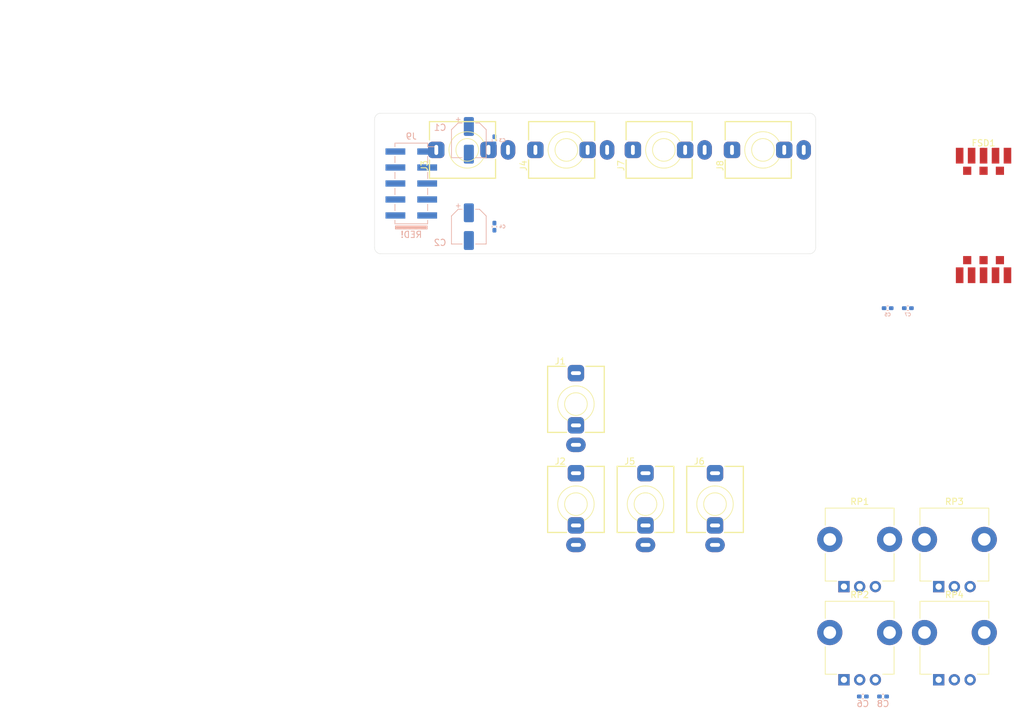
<source format=kicad_pcb>
(kicad_pcb (version 20171130) (host pcbnew 5.1.10)

  (general
    (thickness 1.6)
    (drawings 19)
    (tracks 0)
    (zones 0)
    (modules 22)
    (nets 64)
  )

  (page A4)
  (layers
    (0 F.Cu signal)
    (1 In1.Cu signal)
    (2 In2.Cu signal)
    (31 B.Cu signal)
    (32 B.Adhes user)
    (33 F.Adhes user)
    (34 B.Paste user)
    (35 F.Paste user)
    (36 B.SilkS user)
    (37 F.SilkS user)
    (38 B.Mask user)
    (39 F.Mask user)
    (40 Dwgs.User user)
    (41 Cmts.User user)
    (42 Eco1.User user)
    (43 Eco2.User user)
    (44 Edge.Cuts user)
    (45 Margin user)
    (46 B.CrtYd user)
    (47 F.CrtYd user)
    (48 B.Fab user)
    (49 F.Fab user)
  )

  (setup
    (last_trace_width 0.254)
    (user_trace_width 0.1524)
    (user_trace_width 0.2032)
    (user_trace_width 0.254)
    (user_trace_width 0.508)
    (trace_clearance 0.2032)
    (zone_clearance 0.508)
    (zone_45_only no)
    (trace_min 0.1524)
    (via_size 0.8128)
    (via_drill 0.4064)
    (via_min_size 0.508)
    (via_min_drill 0.254)
    (uvia_size 0.3048)
    (uvia_drill 0.1016)
    (uvias_allowed no)
    (uvia_min_size 0.2032)
    (uvia_min_drill 0.1016)
    (edge_width 0.0508)
    (segment_width 0.2032)
    (pcb_text_width 0.3048)
    (pcb_text_size 1.524 1.524)
    (mod_edge_width 0.127)
    (mod_text_size 1.016 1.016)
    (mod_text_width 0.1524)
    (pad_size 1.524 1.524)
    (pad_drill 0.762)
    (pad_to_mask_clearance 0)
    (aux_axis_origin 106.68 86.868)
    (grid_origin 106.68 86.868)
    (visible_elements FFFFFF7F)
    (pcbplotparams
      (layerselection 0x010fc_ffffffff)
      (usegerberextensions false)
      (usegerberattributes true)
      (usegerberadvancedattributes true)
      (creategerberjobfile true)
      (excludeedgelayer true)
      (linewidth 0.100000)
      (plotframeref false)
      (viasonmask false)
      (mode 1)
      (useauxorigin false)
      (hpglpennumber 1)
      (hpglpenspeed 20)
      (hpglpendiameter 15.000000)
      (psnegative false)
      (psa4output false)
      (plotreference true)
      (plotvalue true)
      (plotinvisibletext false)
      (padsonsilk false)
      (subtractmaskfromsilk false)
      (outputformat 1)
      (mirror false)
      (drillshape 1)
      (scaleselection 1)
      (outputdirectory ""))
  )

  (net 0 "")
  (net 1 "Net-(J1-PadTN)")
  (net 2 "Net-(J1-PadS)")
  (net 3 "Net-(J1-PadT)")
  (net 4 "Net-(J2-PadTN)")
  (net 5 "Net-(J2-PadS)")
  (net 6 "Net-(J2-PadT)")
  (net 7 "Net-(J3-PadTN)")
  (net 8 "Net-(J3-PadS)")
  (net 9 "Net-(J3-PadT)")
  (net 10 "Net-(J4-PadTN)")
  (net 11 "Net-(J4-PadS)")
  (net 12 "Net-(J4-PadT)")
  (net 13 "Net-(J5-PadTN)")
  (net 14 "Net-(J5-PadS)")
  (net 15 "Net-(J5-PadT)")
  (net 16 "Net-(J6-PadTN)")
  (net 17 "Net-(J6-PadS)")
  (net 18 "Net-(J6-PadT)")
  (net 19 "Net-(J7-PadTN)")
  (net 20 "Net-(J7-PadS)")
  (net 21 "Net-(J7-PadT)")
  (net 22 "Net-(J8-PadTN)")
  (net 23 "Net-(J8-PadS)")
  (net 24 "Net-(J8-PadT)")
  (net 25 GND)
  (net 26 VCC)
  (net 27 VSS)
  (net 28 "Net-(C5-Pad1)")
  (net 29 "Net-(C5-Pad2)")
  (net 30 "Net-(C6-Pad1)")
  (net 31 "Net-(C6-Pad2)")
  (net 32 "Net-(C7-Pad1)")
  (net 33 "Net-(C7-Pad2)")
  (net 34 "Net-(C8-Pad1)")
  (net 35 "Net-(C8-Pad2)")
  (net 36 "Net-(RP1-Pad3)")
  (net 37 "Net-(RP1-Pad2)")
  (net 38 "Net-(RP1-Pad1)")
  (net 39 "Net-(RP2-Pad3)")
  (net 40 "Net-(RP2-Pad2)")
  (net 41 "Net-(RP2-Pad1)")
  (net 42 "Net-(RP3-Pad3)")
  (net 43 "Net-(RP3-Pad2)")
  (net 44 "Net-(RP3-Pad1)")
  (net 45 "Net-(RP4-Pad3)")
  (net 46 "Net-(RP4-Pad2)")
  (net 47 "Net-(RP4-Pad1)")
  (net 48 "Net-(FSD1-Pad1)")
  (net 49 "Net-(FSD1-Pad2)")
  (net 50 "Net-(FSD1-Pad3)")
  (net 51 "Net-(FSD1-Pad4)")
  (net 52 "Net-(FSD1-Pad5)")
  (net 53 "Net-(FSD1-Pad6)")
  (net 54 "Net-(FSD1-Pad7)")
  (net 55 "Net-(FSD1-Pad8)")
  (net 56 "Net-(FSD1-Pad9)")
  (net 57 "Net-(FSD1-Pad10)")
  (net 58 "Net-(FSD1-Pad11)")
  (net 59 "Net-(FSD1-Pad12)")
  (net 60 "Net-(FSD1-Pad13)")
  (net 61 "Net-(FSD1-Pad14)")
  (net 62 "Net-(FSD1-Pad15)")
  (net 63 "Net-(FSD1-Pad16)")

  (net_class Default "This is the default net class."
    (clearance 0.2032)
    (trace_width 0.254)
    (via_dia 0.8128)
    (via_drill 0.4064)
    (uvia_dia 0.3048)
    (uvia_drill 0.1016)
    (diff_pair_width 0.2032)
    (diff_pair_gap 0.254)
    (add_net GND)
    (add_net "Net-(C5-Pad1)")
    (add_net "Net-(C5-Pad2)")
    (add_net "Net-(C6-Pad1)")
    (add_net "Net-(C6-Pad2)")
    (add_net "Net-(C7-Pad1)")
    (add_net "Net-(C7-Pad2)")
    (add_net "Net-(C8-Pad1)")
    (add_net "Net-(C8-Pad2)")
    (add_net "Net-(FSD1-Pad1)")
    (add_net "Net-(FSD1-Pad10)")
    (add_net "Net-(FSD1-Pad11)")
    (add_net "Net-(FSD1-Pad12)")
    (add_net "Net-(FSD1-Pad13)")
    (add_net "Net-(FSD1-Pad14)")
    (add_net "Net-(FSD1-Pad15)")
    (add_net "Net-(FSD1-Pad16)")
    (add_net "Net-(FSD1-Pad2)")
    (add_net "Net-(FSD1-Pad3)")
    (add_net "Net-(FSD1-Pad4)")
    (add_net "Net-(FSD1-Pad5)")
    (add_net "Net-(FSD1-Pad6)")
    (add_net "Net-(FSD1-Pad7)")
    (add_net "Net-(FSD1-Pad8)")
    (add_net "Net-(FSD1-Pad9)")
    (add_net "Net-(J1-PadS)")
    (add_net "Net-(J1-PadT)")
    (add_net "Net-(J1-PadTN)")
    (add_net "Net-(J2-PadS)")
    (add_net "Net-(J2-PadT)")
    (add_net "Net-(J2-PadTN)")
    (add_net "Net-(J3-PadS)")
    (add_net "Net-(J3-PadT)")
    (add_net "Net-(J3-PadTN)")
    (add_net "Net-(J4-PadS)")
    (add_net "Net-(J4-PadT)")
    (add_net "Net-(J4-PadTN)")
    (add_net "Net-(J5-PadS)")
    (add_net "Net-(J5-PadT)")
    (add_net "Net-(J5-PadTN)")
    (add_net "Net-(J6-PadS)")
    (add_net "Net-(J6-PadT)")
    (add_net "Net-(J6-PadTN)")
    (add_net "Net-(J7-PadS)")
    (add_net "Net-(J7-PadT)")
    (add_net "Net-(J7-PadTN)")
    (add_net "Net-(J8-PadS)")
    (add_net "Net-(J8-PadT)")
    (add_net "Net-(J8-PadTN)")
    (add_net "Net-(RP1-Pad1)")
    (add_net "Net-(RP1-Pad2)")
    (add_net "Net-(RP1-Pad3)")
    (add_net "Net-(RP2-Pad1)")
    (add_net "Net-(RP2-Pad2)")
    (add_net "Net-(RP2-Pad3)")
    (add_net "Net-(RP3-Pad1)")
    (add_net "Net-(RP3-Pad2)")
    (add_net "Net-(RP3-Pad3)")
    (add_net "Net-(RP4-Pad1)")
    (add_net "Net-(RP4-Pad2)")
    (add_net "Net-(RP4-Pad3)")
    (add_net VCC)
    (add_net VSS)
  )

  (module Shulltronics_Opto:3023_14seg_Display (layer F.Cu) (tedit 5EBAC57E) (tstamp 61903608)
    (at 203.454 80.772)
    (path /61904297)
    (fp_text reference FSD1 (at 0 -11.5) (layer F.SilkS)
      (effects (font (size 1 1) (thickness 0.15)))
    )
    (fp_text value 3023_FSD (at 5.6 0 90) (layer F.Fab)
      (effects (font (size 1 1) (thickness 0.15)))
    )
    (fp_line (start -4.7 -9.5) (end -4.5 -9.5) (layer F.CrtYd) (width 0.12))
    (fp_line (start -4.7 -9.5) (end -4.7 9.5) (layer F.CrtYd) (width 0.12))
    (fp_line (start -4.7 9.5) (end -4.5 9.5) (layer F.CrtYd) (width 0.12))
    (fp_line (start 4.7 -9.5) (end 4.5 -9.5) (layer F.CrtYd) (width 0.12))
    (fp_line (start 4.7 -9.5) (end 4.7 9.5) (layer F.CrtYd) (width 0.12))
    (fp_line (start 4.7 9.5) (end 4.5 9.5) (layer F.CrtYd) (width 0.12))
    (pad 1 smd rect (at -3.8 9.5) (size 1.2 2.5) (layers F.Cu F.Paste F.Mask)
      (net 48 "Net-(FSD1-Pad1)"))
    (pad 2 smd rect (at -1.9 9.5) (size 1.2 2.5) (layers F.Cu F.Paste F.Mask)
      (net 49 "Net-(FSD1-Pad2)"))
    (pad 3 smd rect (at 0 9.5) (size 1.2 2.5) (layers F.Cu F.Paste F.Mask)
      (net 50 "Net-(FSD1-Pad3)"))
    (pad 4 smd rect (at 1.9 9.5) (size 1.2 2.5) (layers F.Cu F.Paste F.Mask)
      (net 51 "Net-(FSD1-Pad4)"))
    (pad 5 smd rect (at 3.8 9.5) (size 1.2 2.5) (layers F.Cu F.Paste F.Mask)
      (net 52 "Net-(FSD1-Pad5)"))
    (pad 6 smd rect (at 2.6 7.1) (size 1.3 1.3) (layers F.Cu F.Paste F.Mask)
      (net 53 "Net-(FSD1-Pad6)"))
    (pad 7 smd rect (at 0 7.1) (size 1.3 1.3) (layers F.Cu F.Paste F.Mask)
      (net 54 "Net-(FSD1-Pad7)"))
    (pad 8 smd rect (at -2.6 7.1) (size 1.3 1.3) (layers F.Cu F.Paste F.Mask)
      (net 55 "Net-(FSD1-Pad8)"))
    (pad 9 smd rect (at -2.6 -7.1) (size 1.3 1.3) (layers F.Cu F.Paste F.Mask)
      (net 56 "Net-(FSD1-Pad9)"))
    (pad 10 smd rect (at 0 -7.1) (size 1.3 1.3) (layers F.Cu F.Paste F.Mask)
      (net 57 "Net-(FSD1-Pad10)"))
    (pad 11 smd rect (at 2.6 -7.1) (size 1.3 1.3) (layers F.Cu F.Paste F.Mask)
      (net 58 "Net-(FSD1-Pad11)"))
    (pad 12 smd rect (at 3.8 -9.5) (size 1.2 2.5) (layers F.Cu F.Paste F.Mask)
      (net 59 "Net-(FSD1-Pad12)"))
    (pad 13 smd rect (at 1.9 -9.5) (size 1.2 2.5) (layers F.Cu F.Paste F.Mask)
      (net 60 "Net-(FSD1-Pad13)"))
    (pad 14 smd rect (at 0 -9.5) (size 1.2 2.5) (layers F.Cu F.Paste F.Mask)
      (net 61 "Net-(FSD1-Pad14)"))
    (pad 15 smd rect (at -1.9 -9.5) (size 1.2 2.5) (layers F.Cu F.Paste F.Mask)
      (net 62 "Net-(FSD1-Pad15)"))
    (pad 16 smd rect (at -3.8 -9.5) (size 1.2 2.5) (layers F.Cu F.Paste F.Mask)
      (net 63 "Net-(FSD1-Pad16)"))
  )

  (module Shulltronics_Generics:C_0402_HandSolder (layer B.Cu) (tedit 618F2F08) (tstamp 618FC563)
    (at 191.424 95.504)
    (descr "Capacitor SMD 0402 (1005 Metric), square (rectangular) end terminal, IPC_7351 nominal with elongated pad for handsoldering. (Body size source: IPC-SM-782 page 76, https://www.pcb-3d.com/wordpress/wp-content/uploads/ipc-sm-782a_amendment_1_and_2.pdf), generated with kicad-footprint-generator")
    (tags "capacitor handsolder")
    (path /61927C19)
    (attr smd)
    (fp_text reference C7 (at 0 1.016) (layer B.SilkS)
      (effects (font (size 0.508 0.508) (thickness 0.1016)) (justify mirror))
    )
    (fp_text value 3089_Capacitor_100n_16V_SMD (at 0 -1.16) (layer B.Fab) hide
      (effects (font (size 1 1) (thickness 0.15)) (justify mirror))
    )
    (fp_line (start 1.08 -0.46) (end -1.08 -0.46) (layer B.CrtYd) (width 0.05))
    (fp_line (start 1.08 0.46) (end 1.08 -0.46) (layer B.CrtYd) (width 0.05))
    (fp_line (start -1.08 0.46) (end 1.08 0.46) (layer B.CrtYd) (width 0.05))
    (fp_line (start -1.08 -0.46) (end -1.08 0.46) (layer B.CrtYd) (width 0.05))
    (fp_line (start -0.115835 -0.36) (end 0.115835 -0.36) (layer B.SilkS) (width 0.12))
    (fp_line (start -0.115835 0.36) (end 0.115835 0.36) (layer B.SilkS) (width 0.12))
    (fp_line (start 0.5 -0.25) (end -0.5 -0.25) (layer B.Fab) (width 0.1))
    (fp_line (start 0.5 0.25) (end 0.5 -0.25) (layer B.Fab) (width 0.1))
    (fp_line (start -0.5 0.25) (end 0.5 0.25) (layer B.Fab) (width 0.1))
    (fp_line (start -0.5 -0.25) (end -0.5 0.25) (layer B.Fab) (width 0.1))
    (fp_text user %R (at 0 0) (layer B.Fab) hide
      (effects (font (size 0.25 0.25) (thickness 0.04)) (justify mirror))
    )
    (pad 1 smd roundrect (at -0.5675 0) (size 0.735 0.62) (layers B.Cu B.Paste B.Mask) (roundrect_rratio 0.25)
      (net 32 "Net-(C7-Pad1)"))
    (pad 2 smd roundrect (at 0.5675 0) (size 0.735 0.62) (layers B.Cu B.Paste B.Mask) (roundrect_rratio 0.25)
      (net 33 "Net-(C7-Pad2)"))
    (model ${KISYS3DMOD}/Capacitor_SMD.3dshapes/C_0402_1005Metric.wrl
      (at (xyz 0 0 0))
      (scale (xyz 1 1 1))
      (rotate (xyz 0 0 0))
    )
  )

  (module Shulltronics_Generics:C_0402_HandSolder (layer B.Cu) (tedit 618F2F08) (tstamp 618FC532)
    (at 188.214 95.504)
    (descr "Capacitor SMD 0402 (1005 Metric), square (rectangular) end terminal, IPC_7351 nominal with elongated pad for handsoldering. (Body size source: IPC-SM-782 page 76, https://www.pcb-3d.com/wordpress/wp-content/uploads/ipc-sm-782a_amendment_1_and_2.pdf), generated with kicad-footprint-generator")
    (tags "capacitor handsolder")
    (path /6192681D)
    (attr smd)
    (fp_text reference C5 (at 0 1.016) (layer B.SilkS)
      (effects (font (size 0.508 0.508) (thickness 0.1016)) (justify mirror))
    )
    (fp_text value 3089_Capacitor_100n_16V_SMD (at 0 -1.16) (layer B.Fab) hide
      (effects (font (size 1 1) (thickness 0.15)) (justify mirror))
    )
    (fp_line (start 1.08 -0.46) (end -1.08 -0.46) (layer B.CrtYd) (width 0.05))
    (fp_line (start 1.08 0.46) (end 1.08 -0.46) (layer B.CrtYd) (width 0.05))
    (fp_line (start -1.08 0.46) (end 1.08 0.46) (layer B.CrtYd) (width 0.05))
    (fp_line (start -1.08 -0.46) (end -1.08 0.46) (layer B.CrtYd) (width 0.05))
    (fp_line (start -0.115835 -0.36) (end 0.115835 -0.36) (layer B.SilkS) (width 0.12))
    (fp_line (start -0.115835 0.36) (end 0.115835 0.36) (layer B.SilkS) (width 0.12))
    (fp_line (start 0.5 -0.25) (end -0.5 -0.25) (layer B.Fab) (width 0.1))
    (fp_line (start 0.5 0.25) (end 0.5 -0.25) (layer B.Fab) (width 0.1))
    (fp_line (start -0.5 0.25) (end 0.5 0.25) (layer B.Fab) (width 0.1))
    (fp_line (start -0.5 -0.25) (end -0.5 0.25) (layer B.Fab) (width 0.1))
    (fp_text user %R (at 0 0) (layer B.Fab) hide
      (effects (font (size 0.25 0.25) (thickness 0.04)) (justify mirror))
    )
    (pad 1 smd roundrect (at -0.5675 0) (size 0.735 0.62) (layers B.Cu B.Paste B.Mask) (roundrect_rratio 0.25)
      (net 28 "Net-(C5-Pad1)"))
    (pad 2 smd roundrect (at 0.5675 0) (size 0.735 0.62) (layers B.Cu B.Paste B.Mask) (roundrect_rratio 0.25)
      (net 29 "Net-(C5-Pad2)"))
    (model ${KISYS3DMOD}/Capacitor_SMD.3dshapes/C_0402_1005Metric.wrl
      (at (xyz 0 0 0))
      (scale (xyz 1 1 1))
      (rotate (xyz 0 0 0))
    )
  )

  (module Shulltronics_Connectors:3086_SMD_Eurorack_Power (layer B.Cu) (tedit 618F237A) (tstamp 618FB982)
    (at 112.522 75.692 180)
    (descr "surface-mounted straight pin header, 2x05, 2.54mm pitch, double rows")
    (tags "Surface mounted pin header SMD 2x05 2.54mm double row")
    (path /619035E5)
    (attr smd)
    (fp_text reference J9 (at 0 7.493) (layer B.SilkS)
      (effects (font (size 1 1) (thickness 0.15)) (justify mirror))
    )
    (fp_text value 3086_Connector_Eurorack_Power (at 0 -9.652) (layer B.Fab) hide
      (effects (font (size 1 1) (thickness 0.15)) (justify mirror))
    )
    (fp_poly (pts (xy 2.54 -7.239) (xy -2.54 -7.239) (xy -2.54 -6.731) (xy 2.54 -6.731)) (layer B.SilkS) (width 0.1))
    (fp_line (start 2.6 -0.76) (end 2.6 -1.78) (layer B.SilkS) (width 0.12))
    (fp_line (start -3.6 0.32) (end -3.6 -0.32) (layer B.Fab) (width 0.1))
    (fp_line (start -2.6 -3.3) (end -2.6 -4.32) (layer B.SilkS) (width 0.12))
    (fp_line (start -2.6 6.41) (end -2.6 5.84) (layer B.SilkS) (width 0.12))
    (fp_line (start -3.6 -0.32) (end -2.54 -0.32) (layer B.Fab) (width 0.1))
    (fp_line (start 2.54 5.4) (end 3.6 5.4) (layer B.Fab) (width 0.1))
    (fp_line (start -3.6 2.22) (end -2.54 2.22) (layer B.Fab) (width 0.1))
    (fp_line (start -2.6 6.41) (end 2.6 6.41) (layer B.SilkS) (width 0.12))
    (fp_line (start -3.6 5.4) (end -3.6 4.76) (layer B.Fab) (width 0.1))
    (fp_line (start -2.54 5.4) (end -1.59 6.35) (layer B.Fab) (width 0.1))
    (fp_line (start 2.6 4.32) (end 2.6 3.3) (layer B.SilkS) (width 0.12))
    (fp_line (start -2.54 -2.22) (end -3.6 -2.22) (layer B.Fab) (width 0.1))
    (fp_line (start -3.6 -2.22) (end -3.6 -2.86) (layer B.Fab) (width 0.1))
    (fp_line (start 3.6 -5.4) (end 2.54 -5.4) (layer B.Fab) (width 0.1))
    (fp_line (start -4.04 5.84) (end -2.6 5.84) (layer B.SilkS) (width 0.12))
    (fp_line (start 3.6 2.22) (end 2.54 2.22) (layer B.Fab) (width 0.1))
    (fp_line (start -2.6 4.32) (end -2.6 3.3) (layer B.SilkS) (width 0.12))
    (fp_line (start 2.6 1.78) (end 2.6 0.76) (layer B.SilkS) (width 0.12))
    (fp_line (start -1.59 6.35) (end 2.54 6.35) (layer B.Fab) (width 0.1))
    (fp_line (start 2.54 0.32) (end 3.6 0.32) (layer B.Fab) (width 0.1))
    (fp_line (start -2.6 -0.76) (end -2.6 -1.78) (layer B.SilkS) (width 0.12))
    (fp_line (start 2.54 -4.76) (end 3.6 -4.76) (layer B.Fab) (width 0.1))
    (fp_line (start 2.54 -6.35) (end -2.54 -6.35) (layer B.Fab) (width 0.1))
    (fp_line (start -3.6 -4.76) (end -3.6 -5.4) (layer B.Fab) (width 0.1))
    (fp_line (start 3.6 -2.86) (end 2.54 -2.86) (layer B.Fab) (width 0.1))
    (fp_line (start -2.6 -6.41) (end 2.6 -6.41) (layer B.SilkS) (width 0.12))
    (fp_line (start 2.6 -5.84) (end 2.6 -6.41) (layer B.SilkS) (width 0.12))
    (fp_line (start 2.54 6.35) (end 2.54 -6.35) (layer B.Fab) (width 0.1))
    (fp_line (start -2.54 -4.76) (end -3.6 -4.76) (layer B.Fab) (width 0.1))
    (fp_line (start -2.54 0.32) (end -3.6 0.32) (layer B.Fab) (width 0.1))
    (fp_line (start -5.9 6.85) (end -5.9 -6.85) (layer B.CrtYd) (width 0.05))
    (fp_line (start 2.6 -3.3) (end 2.6 -4.32) (layer B.SilkS) (width 0.12))
    (fp_line (start 5.9 6.85) (end -5.9 6.85) (layer B.CrtYd) (width 0.05))
    (fp_line (start -2.6 -5.84) (end -2.6 -6.41) (layer B.SilkS) (width 0.12))
    (fp_line (start 3.6 0.32) (end 3.6 -0.32) (layer B.Fab) (width 0.1))
    (fp_line (start 3.6 4.76) (end 2.54 4.76) (layer B.Fab) (width 0.1))
    (fp_line (start 3.6 2.86) (end 3.6 2.22) (layer B.Fab) (width 0.1))
    (fp_line (start -3.6 4.76) (end -2.54 4.76) (layer B.Fab) (width 0.1))
    (fp_line (start -2.54 5.4) (end -3.6 5.4) (layer B.Fab) (width 0.1))
    (fp_line (start 3.6 5.4) (end 3.6 4.76) (layer B.Fab) (width 0.1))
    (fp_line (start 2.6 6.41) (end 2.6 5.84) (layer B.SilkS) (width 0.12))
    (fp_line (start -2.54 2.86) (end -3.6 2.86) (layer B.Fab) (width 0.1))
    (fp_line (start -3.6 2.86) (end -3.6 2.22) (layer B.Fab) (width 0.1))
    (fp_line (start 2.54 2.86) (end 3.6 2.86) (layer B.Fab) (width 0.1))
    (fp_line (start -2.54 -6.35) (end -2.54 5.4) (layer B.Fab) (width 0.1))
    (fp_line (start 2.54 -2.22) (end 3.6 -2.22) (layer B.Fab) (width 0.1))
    (fp_line (start -3.6 -2.86) (end -2.54 -2.86) (layer B.Fab) (width 0.1))
    (fp_line (start 3.6 -2.22) (end 3.6 -2.86) (layer B.Fab) (width 0.1))
    (fp_line (start -2.6 1.78) (end -2.6 0.76) (layer B.SilkS) (width 0.12))
    (fp_line (start 3.6 -4.76) (end 3.6 -5.4) (layer B.Fab) (width 0.1))
    (fp_line (start -3.6 -5.4) (end -2.54 -5.4) (layer B.Fab) (width 0.1))
    (fp_line (start 5.9 -6.85) (end 5.9 6.85) (layer B.CrtYd) (width 0.05))
    (fp_line (start -5.9 -6.85) (end 5.9 -6.85) (layer B.CrtYd) (width 0.05))
    (fp_line (start 3.6 -0.32) (end 2.54 -0.32) (layer B.Fab) (width 0.1))
    (fp_text user " " (at 0 -7.41) (layer B.Fab) hide
      (effects (font (size 1 1) (thickness 0.15)) (justify mirror))
    )
    (fp_text user " " (at 0 7.41) (layer B.SilkS)
      (effects (font (size 1 1) (thickness 0.15)) (justify mirror))
    )
    (fp_text user %R (at 0 0 270) (layer B.Fab)
      (effects (font (size 1 1) (thickness 0.15)) (justify mirror))
    )
    (fp_text user RED! (at 0 -8.128) (layer B.SilkS)
      (effects (font (size 1 1) (thickness 0.15)) (justify mirror))
    )
    (pad 8 smd rect (at 2.525 -2.54 180) (size 3.15 1) (layers B.Cu B.Paste B.Mask)
      (net 25 GND))
    (pad 7 smd rect (at -2.525 -2.54 180) (size 3.15 1) (layers B.Cu B.Paste B.Mask)
      (net 25 GND))
    (pad 5 smd rect (at -2.525 0 180) (size 3.15 1) (layers B.Cu B.Paste B.Mask)
      (net 25 GND))
    (pad 10 smd rect (at 2.525 -5.08 180) (size 3.15 1) (layers B.Cu B.Paste B.Mask)
      (net 27 VSS))
    (pad 1 smd rect (at -2.525 5.08 180) (size 3.15 1) (layers B.Cu B.Paste B.Mask)
      (net 26 VCC))
    (pad 2 smd rect (at 2.525 5.08 180) (size 3.15 1) (layers B.Cu B.Paste B.Mask)
      (net 26 VCC))
    (pad 3 smd rect (at -2.525 2.54 180) (size 3.15 1) (layers B.Cu B.Paste B.Mask)
      (net 25 GND))
    (pad 9 smd rect (at -2.525 -5.08 180) (size 3.15 1) (layers B.Cu B.Paste B.Mask)
      (net 27 VSS))
    (pad 4 smd rect (at 2.525 2.54 180) (size 3.15 1) (layers B.Cu B.Paste B.Mask)
      (net 25 GND))
    (pad 6 smd rect (at 2.525 0 180) (size 3.15 1) (layers B.Cu B.Paste B.Mask)
      (net 25 GND))
    (model ${KISYS3DMOD}/Connector_PinHeader_2.54mm.3dshapes/PinHeader_2x06_P2.54mm_Vertical_SMD.wrl
      (at (xyz 0 0 0))
      (scale (xyz 1 1 1))
      (rotate (xyz 0 0 0))
    )
  )

  (module Shulltronics_ElectroMechanical:3087_Potentiometer_10k (layer F.Cu) (tedit 618F21CA) (tstamp 618FA3F6)
    (at 196.32 154.548)
    (descr http://www.ttelectronics.com/sites/default/files/download-files/Datasheet_PanelPot_P09xSeries.pdf)
    (tags "potentiometer vertical TT P0915N single")
    (path /6190D0A7)
    (fp_text reference RP4 (at 2.5 -13.5) (layer F.SilkS)
      (effects (font (size 1 1) (thickness 0.15)))
    )
    (fp_text value 3087_Potentiometer_10k_Linear (at 2.5 2) (layer F.Fab) hide
      (effects (font (size 1 1) (thickness 0.15)))
    )
    (fp_line (start -3.1 -9.75) (end -3.1 -12.6) (layer F.CrtYd) (width 0.05))
    (fp_line (start 8.1 -0.75) (end 6.15 -0.75) (layer F.CrtYd) (width 0.05))
    (fp_line (start -3.1 -12.6) (end 8.1 -12.6) (layer F.CrtYd) (width 0.05))
    (fp_line (start 7.97 -0.88) (end 6.15 -0.88) (layer F.SilkS) (width 0.12))
    (fp_line (start -2.97 -12.47) (end -2.97 -9.75) (layer F.SilkS) (width 0.12))
    (fp_line (start 7.97 -12.47) (end -2.97 -12.47) (layer F.SilkS) (width 0.12))
    (fp_circle (center 2.5 -7.5) (end 5.5 -7.5) (layer F.Fab) (width 0.12))
    (fp_line (start -2.85 -12.35) (end 7.85 -12.35) (layer F.Fab) (width 0.1))
    (fp_line (start -2.85 -1) (end -2.85 -12.35) (layer F.Fab) (width 0.1))
    (fp_line (start 7.85 -1) (end -2.85 -1) (layer F.Fab) (width 0.1))
    (fp_line (start 7.85 -12.35) (end 7.85 -1) (layer F.Fab) (width 0.1))
    (fp_line (start -1.15 -0.88) (end -2.97 -0.88) (layer F.SilkS) (width 0.12))
    (fp_line (start 6.15 1.15) (end 6.15 -0.75) (layer F.CrtYd) (width 0.05))
    (fp_line (start -1.15 -0.75) (end -3.1 -0.75) (layer F.CrtYd) (width 0.05))
    (fp_line (start -1.15 1.15) (end -1.15 -0.75) (layer F.CrtYd) (width 0.05))
    (fp_line (start 6.15 1.15) (end -1.15 1.15) (layer F.CrtYd) (width 0.05))
    (fp_line (start -3.1 -9.75) (end -4.5 -9.75) (layer F.CrtYd) (width 0.05))
    (fp_line (start -4.5 -5.25) (end -4.5 -9.75) (layer F.CrtYd) (width 0.05))
    (fp_line (start -3.1 -0.75) (end -3.1 -5.25) (layer F.CrtYd) (width 0.05))
    (fp_line (start -3.1 -5.25) (end -4.5 -5.25) (layer F.CrtYd) (width 0.05))
    (fp_line (start 8.1 -0.75) (end 8.1 -5.25) (layer F.CrtYd) (width 0.05))
    (fp_line (start 8.1 -9.75) (end 8.1 -12.6) (layer F.CrtYd) (width 0.05))
    (fp_line (start 9.5 -9.75) (end 8.1 -9.75) (layer F.CrtYd) (width 0.05))
    (fp_line (start 9.5 -5.25) (end 8.1 -5.25) (layer F.CrtYd) (width 0.05))
    (fp_line (start 9.5 -5.25) (end 9.5 -9.75) (layer F.CrtYd) (width 0.05))
    (fp_line (start -2.97 -5.25) (end -2.97 -0.88) (layer F.SilkS) (width 0.12))
    (fp_line (start 7.97 -5.25) (end 7.97 -0.88) (layer F.SilkS) (width 0.12))
    (fp_line (start 7.97 -12.47) (end 7.97 -9.75) (layer F.SilkS) (width 0.12))
    (fp_text user %R (at 2.5 -7.5) (layer F.Fab) hide
      (effects (font (size 1 1) (thickness 0.15)))
    )
    (pad "" thru_hole oval (at 7.25 -7.5) (size 4 4) (drill 2) (layers *.Cu *.Mask))
    (pad "" thru_hole oval (at -2.25 -7.5) (size 4 4) (drill 2) (layers *.Cu *.Mask))
    (pad 3 thru_hole circle (at 5 0) (size 1.8 1.8) (drill 1) (layers *.Cu *.Mask)
      (net 45 "Net-(RP4-Pad3)"))
    (pad 2 thru_hole circle (at 2.5 0) (size 1.8 1.8) (drill 1) (layers *.Cu *.Mask)
      (net 46 "Net-(RP4-Pad2)"))
    (pad 1 thru_hole rect (at 0 0) (size 1.8 1.8) (drill 1) (layers *.Cu *.Mask)
      (net 47 "Net-(RP4-Pad1)"))
    (model ${KISYS3DMOD}/Potentiometer_THT.3dshapes/Potentiometer_TT_P0915N.wrl
      (at (xyz 0 0 0))
      (scale (xyz 1 1 1))
      (rotate (xyz 0 0 0))
    )
  )

  (module Shulltronics_ElectroMechanical:3087_Potentiometer_10k (layer F.Cu) (tedit 618F21CA) (tstamp 618FA3D0)
    (at 196.32 139.748)
    (descr http://www.ttelectronics.com/sites/default/files/download-files/Datasheet_PanelPot_P09xSeries.pdf)
    (tags "potentiometer vertical TT P0915N single")
    (path /6190C4EE)
    (fp_text reference RP3 (at 2.5 -13.5) (layer F.SilkS)
      (effects (font (size 1 1) (thickness 0.15)))
    )
    (fp_text value 3087_Potentiometer_10k_Linear (at 2.5 2) (layer F.Fab) hide
      (effects (font (size 1 1) (thickness 0.15)))
    )
    (fp_line (start -3.1 -9.75) (end -3.1 -12.6) (layer F.CrtYd) (width 0.05))
    (fp_line (start 8.1 -0.75) (end 6.15 -0.75) (layer F.CrtYd) (width 0.05))
    (fp_line (start -3.1 -12.6) (end 8.1 -12.6) (layer F.CrtYd) (width 0.05))
    (fp_line (start 7.97 -0.88) (end 6.15 -0.88) (layer F.SilkS) (width 0.12))
    (fp_line (start -2.97 -12.47) (end -2.97 -9.75) (layer F.SilkS) (width 0.12))
    (fp_line (start 7.97 -12.47) (end -2.97 -12.47) (layer F.SilkS) (width 0.12))
    (fp_circle (center 2.5 -7.5) (end 5.5 -7.5) (layer F.Fab) (width 0.12))
    (fp_line (start -2.85 -12.35) (end 7.85 -12.35) (layer F.Fab) (width 0.1))
    (fp_line (start -2.85 -1) (end -2.85 -12.35) (layer F.Fab) (width 0.1))
    (fp_line (start 7.85 -1) (end -2.85 -1) (layer F.Fab) (width 0.1))
    (fp_line (start 7.85 -12.35) (end 7.85 -1) (layer F.Fab) (width 0.1))
    (fp_line (start -1.15 -0.88) (end -2.97 -0.88) (layer F.SilkS) (width 0.12))
    (fp_line (start 6.15 1.15) (end 6.15 -0.75) (layer F.CrtYd) (width 0.05))
    (fp_line (start -1.15 -0.75) (end -3.1 -0.75) (layer F.CrtYd) (width 0.05))
    (fp_line (start -1.15 1.15) (end -1.15 -0.75) (layer F.CrtYd) (width 0.05))
    (fp_line (start 6.15 1.15) (end -1.15 1.15) (layer F.CrtYd) (width 0.05))
    (fp_line (start -3.1 -9.75) (end -4.5 -9.75) (layer F.CrtYd) (width 0.05))
    (fp_line (start -4.5 -5.25) (end -4.5 -9.75) (layer F.CrtYd) (width 0.05))
    (fp_line (start -3.1 -0.75) (end -3.1 -5.25) (layer F.CrtYd) (width 0.05))
    (fp_line (start -3.1 -5.25) (end -4.5 -5.25) (layer F.CrtYd) (width 0.05))
    (fp_line (start 8.1 -0.75) (end 8.1 -5.25) (layer F.CrtYd) (width 0.05))
    (fp_line (start 8.1 -9.75) (end 8.1 -12.6) (layer F.CrtYd) (width 0.05))
    (fp_line (start 9.5 -9.75) (end 8.1 -9.75) (layer F.CrtYd) (width 0.05))
    (fp_line (start 9.5 -5.25) (end 8.1 -5.25) (layer F.CrtYd) (width 0.05))
    (fp_line (start 9.5 -5.25) (end 9.5 -9.75) (layer F.CrtYd) (width 0.05))
    (fp_line (start -2.97 -5.25) (end -2.97 -0.88) (layer F.SilkS) (width 0.12))
    (fp_line (start 7.97 -5.25) (end 7.97 -0.88) (layer F.SilkS) (width 0.12))
    (fp_line (start 7.97 -12.47) (end 7.97 -9.75) (layer F.SilkS) (width 0.12))
    (fp_text user %R (at 2.5 -7.5) (layer F.Fab) hide
      (effects (font (size 1 1) (thickness 0.15)))
    )
    (pad "" thru_hole oval (at 7.25 -7.5) (size 4 4) (drill 2) (layers *.Cu *.Mask))
    (pad "" thru_hole oval (at -2.25 -7.5) (size 4 4) (drill 2) (layers *.Cu *.Mask))
    (pad 3 thru_hole circle (at 5 0) (size 1.8 1.8) (drill 1) (layers *.Cu *.Mask)
      (net 42 "Net-(RP3-Pad3)"))
    (pad 2 thru_hole circle (at 2.5 0) (size 1.8 1.8) (drill 1) (layers *.Cu *.Mask)
      (net 43 "Net-(RP3-Pad2)"))
    (pad 1 thru_hole rect (at 0 0) (size 1.8 1.8) (drill 1) (layers *.Cu *.Mask)
      (net 44 "Net-(RP3-Pad1)"))
    (model ${KISYS3DMOD}/Potentiometer_THT.3dshapes/Potentiometer_TT_P0915N.wrl
      (at (xyz 0 0 0))
      (scale (xyz 1 1 1))
      (rotate (xyz 0 0 0))
    )
  )

  (module Shulltronics_ElectroMechanical:3087_Potentiometer_10k (layer F.Cu) (tedit 618F21CA) (tstamp 618FA3AA)
    (at 181.27 154.548)
    (descr http://www.ttelectronics.com/sites/default/files/download-files/Datasheet_PanelPot_P09xSeries.pdf)
    (tags "potentiometer vertical TT P0915N single")
    (path /6190BC66)
    (fp_text reference RP2 (at 2.5 -13.5) (layer F.SilkS)
      (effects (font (size 1 1) (thickness 0.15)))
    )
    (fp_text value 3087_Potentiometer_10k_Linear (at 2.5 2) (layer F.Fab) hide
      (effects (font (size 1 1) (thickness 0.15)))
    )
    (fp_line (start -3.1 -9.75) (end -3.1 -12.6) (layer F.CrtYd) (width 0.05))
    (fp_line (start 8.1 -0.75) (end 6.15 -0.75) (layer F.CrtYd) (width 0.05))
    (fp_line (start -3.1 -12.6) (end 8.1 -12.6) (layer F.CrtYd) (width 0.05))
    (fp_line (start 7.97 -0.88) (end 6.15 -0.88) (layer F.SilkS) (width 0.12))
    (fp_line (start -2.97 -12.47) (end -2.97 -9.75) (layer F.SilkS) (width 0.12))
    (fp_line (start 7.97 -12.47) (end -2.97 -12.47) (layer F.SilkS) (width 0.12))
    (fp_circle (center 2.5 -7.5) (end 5.5 -7.5) (layer F.Fab) (width 0.12))
    (fp_line (start -2.85 -12.35) (end 7.85 -12.35) (layer F.Fab) (width 0.1))
    (fp_line (start -2.85 -1) (end -2.85 -12.35) (layer F.Fab) (width 0.1))
    (fp_line (start 7.85 -1) (end -2.85 -1) (layer F.Fab) (width 0.1))
    (fp_line (start 7.85 -12.35) (end 7.85 -1) (layer F.Fab) (width 0.1))
    (fp_line (start -1.15 -0.88) (end -2.97 -0.88) (layer F.SilkS) (width 0.12))
    (fp_line (start 6.15 1.15) (end 6.15 -0.75) (layer F.CrtYd) (width 0.05))
    (fp_line (start -1.15 -0.75) (end -3.1 -0.75) (layer F.CrtYd) (width 0.05))
    (fp_line (start -1.15 1.15) (end -1.15 -0.75) (layer F.CrtYd) (width 0.05))
    (fp_line (start 6.15 1.15) (end -1.15 1.15) (layer F.CrtYd) (width 0.05))
    (fp_line (start -3.1 -9.75) (end -4.5 -9.75) (layer F.CrtYd) (width 0.05))
    (fp_line (start -4.5 -5.25) (end -4.5 -9.75) (layer F.CrtYd) (width 0.05))
    (fp_line (start -3.1 -0.75) (end -3.1 -5.25) (layer F.CrtYd) (width 0.05))
    (fp_line (start -3.1 -5.25) (end -4.5 -5.25) (layer F.CrtYd) (width 0.05))
    (fp_line (start 8.1 -0.75) (end 8.1 -5.25) (layer F.CrtYd) (width 0.05))
    (fp_line (start 8.1 -9.75) (end 8.1 -12.6) (layer F.CrtYd) (width 0.05))
    (fp_line (start 9.5 -9.75) (end 8.1 -9.75) (layer F.CrtYd) (width 0.05))
    (fp_line (start 9.5 -5.25) (end 8.1 -5.25) (layer F.CrtYd) (width 0.05))
    (fp_line (start 9.5 -5.25) (end 9.5 -9.75) (layer F.CrtYd) (width 0.05))
    (fp_line (start -2.97 -5.25) (end -2.97 -0.88) (layer F.SilkS) (width 0.12))
    (fp_line (start 7.97 -5.25) (end 7.97 -0.88) (layer F.SilkS) (width 0.12))
    (fp_line (start 7.97 -12.47) (end 7.97 -9.75) (layer F.SilkS) (width 0.12))
    (fp_text user %R (at 2.5 -7.5) (layer F.Fab) hide
      (effects (font (size 1 1) (thickness 0.15)))
    )
    (pad "" thru_hole oval (at 7.25 -7.5) (size 4 4) (drill 2) (layers *.Cu *.Mask))
    (pad "" thru_hole oval (at -2.25 -7.5) (size 4 4) (drill 2) (layers *.Cu *.Mask))
    (pad 3 thru_hole circle (at 5 0) (size 1.8 1.8) (drill 1) (layers *.Cu *.Mask)
      (net 39 "Net-(RP2-Pad3)"))
    (pad 2 thru_hole circle (at 2.5 0) (size 1.8 1.8) (drill 1) (layers *.Cu *.Mask)
      (net 40 "Net-(RP2-Pad2)"))
    (pad 1 thru_hole rect (at 0 0) (size 1.8 1.8) (drill 1) (layers *.Cu *.Mask)
      (net 41 "Net-(RP2-Pad1)"))
    (model ${KISYS3DMOD}/Potentiometer_THT.3dshapes/Potentiometer_TT_P0915N.wrl
      (at (xyz 0 0 0))
      (scale (xyz 1 1 1))
      (rotate (xyz 0 0 0))
    )
  )

  (module Shulltronics_ElectroMechanical:3087_Potentiometer_10k (layer F.Cu) (tedit 618F21CA) (tstamp 618FA384)
    (at 181.27 139.748)
    (descr http://www.ttelectronics.com/sites/default/files/download-files/Datasheet_PanelPot_P09xSeries.pdf)
    (tags "potentiometer vertical TT P0915N single")
    (path /6190AEB9)
    (fp_text reference RP1 (at 2.5 -13.5) (layer F.SilkS)
      (effects (font (size 1 1) (thickness 0.15)))
    )
    (fp_text value 3087_Potentiometer_10k_Linear (at 2.5 2) (layer F.Fab) hide
      (effects (font (size 1 1) (thickness 0.15)))
    )
    (fp_line (start -3.1 -9.75) (end -3.1 -12.6) (layer F.CrtYd) (width 0.05))
    (fp_line (start 8.1 -0.75) (end 6.15 -0.75) (layer F.CrtYd) (width 0.05))
    (fp_line (start -3.1 -12.6) (end 8.1 -12.6) (layer F.CrtYd) (width 0.05))
    (fp_line (start 7.97 -0.88) (end 6.15 -0.88) (layer F.SilkS) (width 0.12))
    (fp_line (start -2.97 -12.47) (end -2.97 -9.75) (layer F.SilkS) (width 0.12))
    (fp_line (start 7.97 -12.47) (end -2.97 -12.47) (layer F.SilkS) (width 0.12))
    (fp_circle (center 2.5 -7.5) (end 5.5 -7.5) (layer F.Fab) (width 0.12))
    (fp_line (start -2.85 -12.35) (end 7.85 -12.35) (layer F.Fab) (width 0.1))
    (fp_line (start -2.85 -1) (end -2.85 -12.35) (layer F.Fab) (width 0.1))
    (fp_line (start 7.85 -1) (end -2.85 -1) (layer F.Fab) (width 0.1))
    (fp_line (start 7.85 -12.35) (end 7.85 -1) (layer F.Fab) (width 0.1))
    (fp_line (start -1.15 -0.88) (end -2.97 -0.88) (layer F.SilkS) (width 0.12))
    (fp_line (start 6.15 1.15) (end 6.15 -0.75) (layer F.CrtYd) (width 0.05))
    (fp_line (start -1.15 -0.75) (end -3.1 -0.75) (layer F.CrtYd) (width 0.05))
    (fp_line (start -1.15 1.15) (end -1.15 -0.75) (layer F.CrtYd) (width 0.05))
    (fp_line (start 6.15 1.15) (end -1.15 1.15) (layer F.CrtYd) (width 0.05))
    (fp_line (start -3.1 -9.75) (end -4.5 -9.75) (layer F.CrtYd) (width 0.05))
    (fp_line (start -4.5 -5.25) (end -4.5 -9.75) (layer F.CrtYd) (width 0.05))
    (fp_line (start -3.1 -0.75) (end -3.1 -5.25) (layer F.CrtYd) (width 0.05))
    (fp_line (start -3.1 -5.25) (end -4.5 -5.25) (layer F.CrtYd) (width 0.05))
    (fp_line (start 8.1 -0.75) (end 8.1 -5.25) (layer F.CrtYd) (width 0.05))
    (fp_line (start 8.1 -9.75) (end 8.1 -12.6) (layer F.CrtYd) (width 0.05))
    (fp_line (start 9.5 -9.75) (end 8.1 -9.75) (layer F.CrtYd) (width 0.05))
    (fp_line (start 9.5 -5.25) (end 8.1 -5.25) (layer F.CrtYd) (width 0.05))
    (fp_line (start 9.5 -5.25) (end 9.5 -9.75) (layer F.CrtYd) (width 0.05))
    (fp_line (start -2.97 -5.25) (end -2.97 -0.88) (layer F.SilkS) (width 0.12))
    (fp_line (start 7.97 -5.25) (end 7.97 -0.88) (layer F.SilkS) (width 0.12))
    (fp_line (start 7.97 -12.47) (end 7.97 -9.75) (layer F.SilkS) (width 0.12))
    (fp_text user %R (at 2.5 -7.5) (layer F.Fab) hide
      (effects (font (size 1 1) (thickness 0.15)))
    )
    (pad "" thru_hole oval (at 7.25 -7.5) (size 4 4) (drill 2) (layers *.Cu *.Mask))
    (pad "" thru_hole oval (at -2.25 -7.5) (size 4 4) (drill 2) (layers *.Cu *.Mask))
    (pad 3 thru_hole circle (at 5 0) (size 1.8 1.8) (drill 1) (layers *.Cu *.Mask)
      (net 36 "Net-(RP1-Pad3)"))
    (pad 2 thru_hole circle (at 2.5 0) (size 1.8 1.8) (drill 1) (layers *.Cu *.Mask)
      (net 37 "Net-(RP1-Pad2)"))
    (pad 1 thru_hole rect (at 0 0) (size 1.8 1.8) (drill 1) (layers *.Cu *.Mask)
      (net 38 "Net-(RP1-Pad1)"))
    (model ${KISYS3DMOD}/Potentiometer_THT.3dshapes/Potentiometer_TT_P0915N.wrl
      (at (xyz 0 0 0))
      (scale (xyz 1 1 1))
      (rotate (xyz 0 0 0))
    )
  )

  (module Shulltronics_Generics:C_0402_HandSolder (layer B.Cu) (tedit 618F2996) (tstamp 618FA0AE)
    (at 187.48 157.208)
    (descr "Capacitor SMD 0402 (1005 Metric), square (rectangular) end terminal, IPC_7351 nominal with elongated pad for handsoldering. (Body size source: IPC-SM-782 page 76, https://www.pcb-3d.com/wordpress/wp-content/uploads/ipc-sm-782a_amendment_1_and_2.pdf), generated with kicad-footprint-generator")
    (tags "capacitor handsolder")
    (path /619281BF)
    (attr smd)
    (fp_text reference C8 (at 0 1.16) (layer B.SilkS)
      (effects (font (size 1 1) (thickness 0.15)) (justify mirror))
    )
    (fp_text value 3089_Capacitor_100n_16V_SMD (at 0 -1.16) (layer B.Fab) hide
      (effects (font (size 1 1) (thickness 0.15)) (justify mirror))
    )
    (fp_line (start -0.5 -0.25) (end -0.5 0.25) (layer B.Fab) (width 0.1))
    (fp_line (start -0.5 0.25) (end 0.5 0.25) (layer B.Fab) (width 0.1))
    (fp_line (start 0.5 0.25) (end 0.5 -0.25) (layer B.Fab) (width 0.1))
    (fp_line (start 0.5 -0.25) (end -0.5 -0.25) (layer B.Fab) (width 0.1))
    (fp_line (start -0.115835 0.36) (end 0.115835 0.36) (layer B.SilkS) (width 0.12))
    (fp_line (start -0.115835 -0.36) (end 0.115835 -0.36) (layer B.SilkS) (width 0.12))
    (fp_line (start -1.08 -0.46) (end -1.08 0.46) (layer B.CrtYd) (width 0.05))
    (fp_line (start -1.08 0.46) (end 1.08 0.46) (layer B.CrtYd) (width 0.05))
    (fp_line (start 1.08 0.46) (end 1.08 -0.46) (layer B.CrtYd) (width 0.05))
    (fp_line (start 1.08 -0.46) (end -1.08 -0.46) (layer B.CrtYd) (width 0.05))
    (fp_text user %R (at 0 0) (layer B.Fab) hide
      (effects (font (size 0.25 0.25) (thickness 0.04)) (justify mirror))
    )
    (pad 1 smd roundrect (at -0.5675 0) (size 0.735 0.62) (layers B.Cu B.Paste B.Mask) (roundrect_rratio 0.25)
      (net 34 "Net-(C8-Pad1)"))
    (pad 2 smd roundrect (at 0.5675 0) (size 0.735 0.62) (layers B.Cu B.Paste B.Mask) (roundrect_rratio 0.25)
      (net 35 "Net-(C8-Pad2)"))
    (model ${KISYS3DMOD}/Capacitor_SMD.3dshapes/C_0402_1005Metric.wrl
      (at (xyz 0 0 0))
      (scale (xyz 1 1 1))
      (rotate (xyz 0 0 0))
    )
  )

  (module Shulltronics_Generics:C_0402_HandSolder (layer B.Cu) (tedit 618F2996) (tstamp 618FA08C)
    (at 184.27 157.208)
    (descr "Capacitor SMD 0402 (1005 Metric), square (rectangular) end terminal, IPC_7351 nominal with elongated pad for handsoldering. (Body size source: IPC-SM-782 page 76, https://www.pcb-3d.com/wordpress/wp-content/uploads/ipc-sm-782a_amendment_1_and_2.pdf), generated with kicad-footprint-generator")
    (tags "capacitor handsolder")
    (path /61927626)
    (attr smd)
    (fp_text reference C6 (at 0 1.16) (layer B.SilkS)
      (effects (font (size 1 1) (thickness 0.15)) (justify mirror))
    )
    (fp_text value 3089_Capacitor_100n_16V_SMD (at 0 -1.16) (layer B.Fab) hide
      (effects (font (size 1 1) (thickness 0.15)) (justify mirror))
    )
    (fp_line (start -0.5 -0.25) (end -0.5 0.25) (layer B.Fab) (width 0.1))
    (fp_line (start -0.5 0.25) (end 0.5 0.25) (layer B.Fab) (width 0.1))
    (fp_line (start 0.5 0.25) (end 0.5 -0.25) (layer B.Fab) (width 0.1))
    (fp_line (start 0.5 -0.25) (end -0.5 -0.25) (layer B.Fab) (width 0.1))
    (fp_line (start -0.115835 0.36) (end 0.115835 0.36) (layer B.SilkS) (width 0.12))
    (fp_line (start -0.115835 -0.36) (end 0.115835 -0.36) (layer B.SilkS) (width 0.12))
    (fp_line (start -1.08 -0.46) (end -1.08 0.46) (layer B.CrtYd) (width 0.05))
    (fp_line (start -1.08 0.46) (end 1.08 0.46) (layer B.CrtYd) (width 0.05))
    (fp_line (start 1.08 0.46) (end 1.08 -0.46) (layer B.CrtYd) (width 0.05))
    (fp_line (start 1.08 -0.46) (end -1.08 -0.46) (layer B.CrtYd) (width 0.05))
    (fp_text user %R (at 0 0) (layer B.Fab) hide
      (effects (font (size 0.25 0.25) (thickness 0.04)) (justify mirror))
    )
    (pad 1 smd roundrect (at -0.5675 0) (size 0.735 0.62) (layers B.Cu B.Paste B.Mask) (roundrect_rratio 0.25)
      (net 30 "Net-(C6-Pad1)"))
    (pad 2 smd roundrect (at 0.5675 0) (size 0.735 0.62) (layers B.Cu B.Paste B.Mask) (roundrect_rratio 0.25)
      (net 31 "Net-(C6-Pad2)"))
    (model ${KISYS3DMOD}/Capacitor_SMD.3dshapes/C_0402_1005Metric.wrl
      (at (xyz 0 0 0))
      (scale (xyz 1 1 1))
      (rotate (xyz 0 0 0))
    )
  )

  (module Shulltronics_Generics:C_0402_HandSolder (layer B.Cu) (tedit 618F2996) (tstamp 618FA06A)
    (at 125.73 82.55 270)
    (descr "Capacitor SMD 0402 (1005 Metric), square (rectangular) end terminal, IPC_7351 nominal with elongated pad for handsoldering. (Body size source: IPC-SM-782 page 76, https://www.pcb-3d.com/wordpress/wp-content/uploads/ipc-sm-782a_amendment_1_and_2.pdf), generated with kicad-footprint-generator")
    (tags "capacitor handsolder")
    (path /61920FD1)
    (attr smd)
    (fp_text reference C4 (at 0 -1.27) (layer B.SilkS)
      (effects (font (size 0.508 0.508) (thickness 0.1016)) (justify mirror))
    )
    (fp_text value 3089_Capacitor_100n_16V_SMD (at 0 -1.16 90) (layer B.Fab) hide
      (effects (font (size 1 1) (thickness 0.15)) (justify mirror))
    )
    (fp_line (start -0.5 -0.25) (end -0.5 0.25) (layer B.Fab) (width 0.1))
    (fp_line (start -0.5 0.25) (end 0.5 0.25) (layer B.Fab) (width 0.1))
    (fp_line (start 0.5 0.25) (end 0.5 -0.25) (layer B.Fab) (width 0.1))
    (fp_line (start 0.5 -0.25) (end -0.5 -0.25) (layer B.Fab) (width 0.1))
    (fp_line (start -0.115835 0.36) (end 0.115835 0.36) (layer B.SilkS) (width 0.12))
    (fp_line (start -0.115835 -0.36) (end 0.115835 -0.36) (layer B.SilkS) (width 0.12))
    (fp_line (start -1.08 -0.46) (end -1.08 0.46) (layer B.CrtYd) (width 0.05))
    (fp_line (start -1.08 0.46) (end 1.08 0.46) (layer B.CrtYd) (width 0.05))
    (fp_line (start 1.08 0.46) (end 1.08 -0.46) (layer B.CrtYd) (width 0.05))
    (fp_line (start 1.08 -0.46) (end -1.08 -0.46) (layer B.CrtYd) (width 0.05))
    (fp_text user %R (at 0 0 90) (layer B.Fab) hide
      (effects (font (size 0.25 0.25) (thickness 0.04)) (justify mirror))
    )
    (pad 1 smd roundrect (at -0.5675 0 270) (size 0.735 0.62) (layers B.Cu B.Paste B.Mask) (roundrect_rratio 0.25)
      (net 25 GND))
    (pad 2 smd roundrect (at 0.5675 0 270) (size 0.735 0.62) (layers B.Cu B.Paste B.Mask) (roundrect_rratio 0.25)
      (net 27 VSS))
    (model ${KISYS3DMOD}/Capacitor_SMD.3dshapes/C_0402_1005Metric.wrl
      (at (xyz 0 0 0))
      (scale (xyz 1 1 1))
      (rotate (xyz 0 0 0))
    )
  )

  (module Shulltronics_Generics:C_0402_HandSolder (layer B.Cu) (tedit 618F2996) (tstamp 618FA059)
    (at 125.73 68.834 270)
    (descr "Capacitor SMD 0402 (1005 Metric), square (rectangular) end terminal, IPC_7351 nominal with elongated pad for handsoldering. (Body size source: IPC-SM-782 page 76, https://www.pcb-3d.com/wordpress/wp-content/uploads/ipc-sm-782a_amendment_1_and_2.pdf), generated with kicad-footprint-generator")
    (tags "capacitor handsolder")
    (path /619200C0)
    (attr smd)
    (fp_text reference C3 (at 0 -1.27 180) (layer B.SilkS)
      (effects (font (size 0.508 0.508) (thickness 0.1016)) (justify mirror))
    )
    (fp_text value 3089_Capacitor_100n_16V_SMD (at 0 -1.16 90) (layer B.Fab) hide
      (effects (font (size 1 1) (thickness 0.15)) (justify mirror))
    )
    (fp_line (start -0.5 -0.25) (end -0.5 0.25) (layer B.Fab) (width 0.1))
    (fp_line (start -0.5 0.25) (end 0.5 0.25) (layer B.Fab) (width 0.1))
    (fp_line (start 0.5 0.25) (end 0.5 -0.25) (layer B.Fab) (width 0.1))
    (fp_line (start 0.5 -0.25) (end -0.5 -0.25) (layer B.Fab) (width 0.1))
    (fp_line (start -0.115835 0.36) (end 0.115835 0.36) (layer B.SilkS) (width 0.12))
    (fp_line (start -0.115835 -0.36) (end 0.115835 -0.36) (layer B.SilkS) (width 0.12))
    (fp_line (start -1.08 -0.46) (end -1.08 0.46) (layer B.CrtYd) (width 0.05))
    (fp_line (start -1.08 0.46) (end 1.08 0.46) (layer B.CrtYd) (width 0.05))
    (fp_line (start 1.08 0.46) (end 1.08 -0.46) (layer B.CrtYd) (width 0.05))
    (fp_line (start 1.08 -0.46) (end -1.08 -0.46) (layer B.CrtYd) (width 0.05))
    (fp_text user %R (at 0 0 90) (layer B.Fab) hide
      (effects (font (size 0.25 0.25) (thickness 0.04)) (justify mirror))
    )
    (pad 1 smd roundrect (at -0.5675 0 270) (size 0.735 0.62) (layers B.Cu B.Paste B.Mask) (roundrect_rratio 0.25)
      (net 26 VCC))
    (pad 2 smd roundrect (at 0.5675 0 270) (size 0.735 0.62) (layers B.Cu B.Paste B.Mask) (roundrect_rratio 0.25)
      (net 25 GND))
    (model ${KISYS3DMOD}/Capacitor_SMD.3dshapes/C_0402_1005Metric.wrl
      (at (xyz 0 0 0))
      (scale (xyz 1 1 1))
      (rotate (xyz 0 0 0))
    )
  )

  (module Shulltronics_Passives:3088_Capacitor_10u_50V_SMD (layer B.Cu) (tedit 618F2B3C) (tstamp 618FBBAC)
    (at 121.666 82.55 270)
    (path /619136E5)
    (attr smd)
    (fp_text reference C2 (at 2.54 4.572 180) (layer B.SilkS)
      (effects (font (size 1 1) (thickness 0.15)) (justify mirror))
    )
    (fp_text value 3088_Capacitor_10u_50V_SMD (at 0 -4.064 90) (layer B.Fab) hide
      (effects (font (size 1 1) (thickness 0.15)) (justify mirror))
    )
    (fp_line (start -2.76 -1.695563) (end -2.76 -1.06) (layer B.SilkS) (width 0.12))
    (fp_line (start -1.75 -2.9) (end 2.9 -2.9) (layer B.CrtYd) (width 0.05))
    (fp_line (start 3.95 1.05) (end 3.95 -1.05) (layer B.CrtYd) (width 0.05))
    (fp_line (start -1.695563 2.76) (end 2.76 2.76) (layer B.SilkS) (width 0.12))
    (fp_line (start -2.033956 1.2) (end -1.533956 1.2) (layer B.Fab) (width 0.1))
    (fp_line (start -3.95 1.05) (end -3.95 -1.05) (layer B.CrtYd) (width 0.05))
    (fp_line (start -2.9 1.05) (end -3.95 1.05) (layer B.CrtYd) (width 0.05))
    (fp_circle (center 0 0) (end 2.5 0) (layer B.Fab) (width 0.1))
    (fp_line (start 2.76 -2.76) (end 2.76 -1.06) (layer B.SilkS) (width 0.12))
    (fp_line (start -1.783956 1.45) (end -1.783956 0.95) (layer B.Fab) (width 0.1))
    (fp_line (start 2.65 2.65) (end 2.65 -2.65) (layer B.Fab) (width 0.1))
    (fp_line (start 2.9 -1.05) (end 2.9 -2.9) (layer B.CrtYd) (width 0.05))
    (fp_line (start 2.9 1.05) (end 3.95 1.05) (layer B.CrtYd) (width 0.05))
    (fp_line (start -1.75 2.9) (end 2.9 2.9) (layer B.CrtYd) (width 0.05))
    (fp_line (start -1.695563 -2.76) (end 2.76 -2.76) (layer B.SilkS) (width 0.12))
    (fp_line (start -2.65 -1.65) (end -1.65 -2.65) (layer B.Fab) (width 0.1))
    (fp_line (start -2.76 1.695563) (end -2.76 1.06) (layer B.SilkS) (width 0.12))
    (fp_line (start -3.3125 1.9975) (end -3.3125 1.3725) (layer B.SilkS) (width 0.12))
    (fp_line (start -2.65 1.65) (end -1.65 2.65) (layer B.Fab) (width 0.1))
    (fp_line (start 2.9 2.9) (end 2.9 1.05) (layer B.CrtYd) (width 0.05))
    (fp_line (start 2.76 2.76) (end 2.76 1.06) (layer B.SilkS) (width 0.12))
    (fp_line (start -1.65 -2.65) (end 2.65 -2.65) (layer B.Fab) (width 0.1))
    (fp_line (start -2.9 -1.05) (end -2.9 -1.75) (layer B.CrtYd) (width 0.05))
    (fp_line (start -2.9 -1.75) (end -1.75 -2.9) (layer B.CrtYd) (width 0.05))
    (fp_line (start -3.95 -1.05) (end -2.9 -1.05) (layer B.CrtYd) (width 0.05))
    (fp_line (start -2.76 -1.695563) (end -1.695563 -2.76) (layer B.SilkS) (width 0.12))
    (fp_line (start -1.65 2.65) (end 2.65 2.65) (layer B.Fab) (width 0.1))
    (fp_line (start -3.625 1.685) (end -3 1.685) (layer B.SilkS) (width 0.12))
    (fp_line (start -2.9 1.75) (end -2.9 1.05) (layer B.CrtYd) (width 0.05))
    (fp_line (start -2.9 1.75) (end -1.75 2.9) (layer B.CrtYd) (width 0.05))
    (fp_line (start -2.65 1.65) (end -2.65 -1.65) (layer B.Fab) (width 0.1))
    (fp_line (start 3.95 -1.05) (end 2.9 -1.05) (layer B.CrtYd) (width 0.05))
    (fp_line (start -2.76 1.695563) (end -1.695563 2.76) (layer B.SilkS) (width 0.12))
    (pad 2 smd roundrect (at 2.2 0 270) (size 3 1.6) (layers B.Cu B.Paste B.Mask) (roundrect_rratio 0.15625)
      (net 27 VSS))
    (pad 1 smd roundrect (at -2.2 0 270) (size 3 1.6) (layers B.Cu B.Paste B.Mask) (roundrect_rratio 0.15625)
      (net 25 GND))
  )

  (module Shulltronics_Passives:3088_Capacitor_10u_50V_SMD (layer B.Cu) (tedit 618F2B3C) (tstamp 618FA021)
    (at 121.666 68.834 270)
    (path /61912366)
    (attr smd)
    (fp_text reference C1 (at -2.032 4.572 180) (layer B.SilkS)
      (effects (font (size 1 1) (thickness 0.15)) (justify mirror))
    )
    (fp_text value 3088_Capacitor_10u_50V_SMD (at 0 -4.064 90) (layer B.Fab) hide
      (effects (font (size 1 1) (thickness 0.15)) (justify mirror))
    )
    (fp_line (start -2.76 -1.695563) (end -2.76 -1.06) (layer B.SilkS) (width 0.12))
    (fp_line (start -1.75 -2.9) (end 2.9 -2.9) (layer B.CrtYd) (width 0.05))
    (fp_line (start 3.95 1.05) (end 3.95 -1.05) (layer B.CrtYd) (width 0.05))
    (fp_line (start -1.695563 2.76) (end 2.76 2.76) (layer B.SilkS) (width 0.12))
    (fp_line (start -2.033956 1.2) (end -1.533956 1.2) (layer B.Fab) (width 0.1))
    (fp_line (start -3.95 1.05) (end -3.95 -1.05) (layer B.CrtYd) (width 0.05))
    (fp_line (start -2.9 1.05) (end -3.95 1.05) (layer B.CrtYd) (width 0.05))
    (fp_circle (center 0 0) (end 2.5 0) (layer B.Fab) (width 0.1))
    (fp_line (start 2.76 -2.76) (end 2.76 -1.06) (layer B.SilkS) (width 0.12))
    (fp_line (start -1.783956 1.45) (end -1.783956 0.95) (layer B.Fab) (width 0.1))
    (fp_line (start 2.65 2.65) (end 2.65 -2.65) (layer B.Fab) (width 0.1))
    (fp_line (start 2.9 -1.05) (end 2.9 -2.9) (layer B.CrtYd) (width 0.05))
    (fp_line (start 2.9 1.05) (end 3.95 1.05) (layer B.CrtYd) (width 0.05))
    (fp_line (start -1.75 2.9) (end 2.9 2.9) (layer B.CrtYd) (width 0.05))
    (fp_line (start -1.695563 -2.76) (end 2.76 -2.76) (layer B.SilkS) (width 0.12))
    (fp_line (start -2.65 -1.65) (end -1.65 -2.65) (layer B.Fab) (width 0.1))
    (fp_line (start -2.76 1.695563) (end -2.76 1.06) (layer B.SilkS) (width 0.12))
    (fp_line (start -3.3125 1.9975) (end -3.3125 1.3725) (layer B.SilkS) (width 0.12))
    (fp_line (start -2.65 1.65) (end -1.65 2.65) (layer B.Fab) (width 0.1))
    (fp_line (start 2.9 2.9) (end 2.9 1.05) (layer B.CrtYd) (width 0.05))
    (fp_line (start 2.76 2.76) (end 2.76 1.06) (layer B.SilkS) (width 0.12))
    (fp_line (start -1.65 -2.65) (end 2.65 -2.65) (layer B.Fab) (width 0.1))
    (fp_line (start -2.9 -1.05) (end -2.9 -1.75) (layer B.CrtYd) (width 0.05))
    (fp_line (start -2.9 -1.75) (end -1.75 -2.9) (layer B.CrtYd) (width 0.05))
    (fp_line (start -3.95 -1.05) (end -2.9 -1.05) (layer B.CrtYd) (width 0.05))
    (fp_line (start -2.76 -1.695563) (end -1.695563 -2.76) (layer B.SilkS) (width 0.12))
    (fp_line (start -1.65 2.65) (end 2.65 2.65) (layer B.Fab) (width 0.1))
    (fp_line (start -3.625 1.685) (end -3 1.685) (layer B.SilkS) (width 0.12))
    (fp_line (start -2.9 1.75) (end -2.9 1.05) (layer B.CrtYd) (width 0.05))
    (fp_line (start -2.9 1.75) (end -1.75 2.9) (layer B.CrtYd) (width 0.05))
    (fp_line (start -2.65 1.65) (end -2.65 -1.65) (layer B.Fab) (width 0.1))
    (fp_line (start 3.95 -1.05) (end 2.9 -1.05) (layer B.CrtYd) (width 0.05))
    (fp_line (start -2.76 1.695563) (end -1.695563 2.76) (layer B.SilkS) (width 0.12))
    (pad 2 smd roundrect (at 2.2 0 270) (size 3 1.6) (layers B.Cu B.Paste B.Mask) (roundrect_rratio 0.15625)
      (net 25 GND))
    (pad 1 smd roundrect (at -2.2 0 270) (size 3 1.6) (layers B.Cu B.Paste B.Mask) (roundrect_rratio 0.15625)
      (net 26 VCC))
  )

  (module Shulltronics_Connectors:3085_MiniJack_Thonk_Vert (layer F.Cu) (tedit 618F09C5) (tstamp 618F7E67)
    (at 168.402 70.358 90)
    (descr "T-S-SN Vertical mount jack AKA WQP-WQP518MA or Thonkiconn")
    (tags "WQP-WQP518MA, Thonkiconn")
    (path /618F503E)
    (fp_text reference J8 (at -2.5 -6.8 90) (layer F.SilkS)
      (effects (font (size 1 1) (thickness 0.15)))
    )
    (fp_text value 3085_MiniJack_Thonk_Vert (at 0 -5 90) (layer F.Fab) hide
      (effects (font (size 1 1) (thickness 0.15)))
    )
    (fp_line (start 5 -7.25) (end 5 7.58) (layer F.CrtYd) (width 0.05))
    (fp_line (start 4.5 -5.98) (end 4.5 4.42) (layer F.Fab) (width 0.1))
    (fp_line (start 4.5 4.5) (end 4.5 -6) (layer F.SilkS) (width 0.2))
    (fp_line (start -4.5 4.5) (end -4.5 -6) (layer F.SilkS) (width 0.2))
    (fp_circle (center 0 0) (end -1.5 0) (layer Dwgs.User) (width 0.12))
    (fp_line (start -0.09 -1.48) (end -1.48 -0.09) (layer Dwgs.User) (width 0.12))
    (fp_line (start 0.58 -1.35) (end -1.36 0.59) (layer Dwgs.User) (width 0.12))
    (fp_line (start 1.07 -1.01) (end -1.01 1.07) (layer Dwgs.User) (width 0.12))
    (fp_line (start 1.42 -0.395) (end -0.4 1.42) (layer Dwgs.User) (width 0.12))
    (fp_line (start 1.41 0.46) (end 0.46 1.41) (layer Dwgs.User) (width 0.12))
    (fp_line (start -4.5 -6) (end -1.6 -6) (layer F.SilkS) (width 0.2))
    (fp_line (start 1.6 -6) (end 4.5 -6) (layer F.SilkS) (width 0.2))
    (fp_line (start -4.5 4.5) (end -1.5 4.5) (layer F.SilkS) (width 0.2))
    (fp_line (start 1.5 4.5) (end 4.5 4.5) (layer F.SilkS) (width 0.2))
    (fp_circle (center 0 0) (end -1.8 0) (layer F.SilkS) (width 0.12))
    (fp_line (start -4.5 -5.98) (end -4.5 4.42) (layer F.Fab) (width 0.1))
    (fp_line (start -4.5 -5.98) (end 4.5 -5.98) (layer F.Fab) (width 0.1))
    (fp_line (start -5 -7.25) (end -5 7.58) (layer F.CrtYd) (width 0.05))
    (fp_line (start -5 -7.25) (end 5 -7.25) (layer F.CrtYd) (width 0.05))
    (fp_line (start -5 7.58) (end 5 7.58) (layer F.CrtYd) (width 0.05))
    (fp_line (start -4.5 4.47) (end 4.5 4.47) (layer F.Fab) (width 0.1))
    (fp_circle (center 0 0.02) (end -1.8 0.02) (layer F.Fab) (width 0.1))
    (fp_line (start 0 0) (end 0 -2.03) (layer F.Fab) (width 0.1))
    (fp_text user KEEPOUT (at 0 0 270) (layer Cmts.User)
      (effects (font (size 0.4 0.4) (thickness 0.051)))
    )
    (fp_text user %R (at 4.5 -9.5 90) (layer F.Fab) hide
      (effects (font (size 1 1) (thickness 0.15)))
    )
    (fp_arc (start 0 0) (end 0 -2.895) (angle 153.4) (layer F.SilkS) (width 0.12))
    (fp_arc (start 0 0) (end 0 -2.895) (angle -153.4) (layer F.SilkS) (width 0.12))
    (pad TN thru_hole roundrect (at 0 3.38 90) (size 2.6 2.6) (drill oval 1.6 0.6) (layers *.Cu *.Mask) (roundrect_rratio 0.25)
      (net 22 "Net-(J8-PadTN)"))
    (pad S thru_hole oval (at 0 6.48 90) (size 3.1 2.3) (drill oval 1.6 0.6) (layers *.Cu *.Mask)
      (net 23 "Net-(J8-PadS)"))
    (pad T thru_hole roundrect (at 0 -4.92 90) (size 2.6 2.6) (drill oval 1.6 0.6) (layers *.Cu *.Mask) (roundrect_rratio 0.25)
      (net 24 "Net-(J8-PadT)"))
    (model ${KISYS3DMOD}/AudioJacks.3dshapes/PJ398SM.step
      (at (xyz 0 0 0))
      (scale (xyz 1 1 1))
      (rotate (xyz 0 0 0))
    )
    (model ${KISYS3DMOD}/AudioJacks.3dshapes/PJ398SM_Hex_nut.step
      (at (xyz 0 0 0))
      (scale (xyz 1 1 1))
      (rotate (xyz 0 0 0))
    )
    (model ${KISYS3DMOD}/AudioJacks.3dshapes/PJ398SM_Knurl_nut.step
      (at (xyz 0 0 0))
      (scale (xyz 1 1 1))
      (rotate (xyz 0 0 0))
    )
  )

  (module Shulltronics_Connectors:3085_MiniJack_Thonk_Vert (layer F.Cu) (tedit 618F09C5) (tstamp 618F7E45)
    (at 152.654 70.358 90)
    (descr "T-S-SN Vertical mount jack AKA WQP-WQP518MA or Thonkiconn")
    (tags "WQP-WQP518MA, Thonkiconn")
    (path /618F3404)
    (fp_text reference J7 (at -2.5 -6.8 90) (layer F.SilkS)
      (effects (font (size 1 1) (thickness 0.15)))
    )
    (fp_text value 3085_MiniJack_Thonk_Vert (at 0 -5 90) (layer F.Fab) hide
      (effects (font (size 1 1) (thickness 0.15)))
    )
    (fp_line (start 5 -7.25) (end 5 7.58) (layer F.CrtYd) (width 0.05))
    (fp_line (start 4.5 -5.98) (end 4.5 4.42) (layer F.Fab) (width 0.1))
    (fp_line (start 4.5 4.5) (end 4.5 -6) (layer F.SilkS) (width 0.2))
    (fp_line (start -4.5 4.5) (end -4.5 -6) (layer F.SilkS) (width 0.2))
    (fp_circle (center 0 0) (end -1.5 0) (layer Dwgs.User) (width 0.12))
    (fp_line (start -0.09 -1.48) (end -1.48 -0.09) (layer Dwgs.User) (width 0.12))
    (fp_line (start 0.58 -1.35) (end -1.36 0.59) (layer Dwgs.User) (width 0.12))
    (fp_line (start 1.07 -1.01) (end -1.01 1.07) (layer Dwgs.User) (width 0.12))
    (fp_line (start 1.42 -0.395) (end -0.4 1.42) (layer Dwgs.User) (width 0.12))
    (fp_line (start 1.41 0.46) (end 0.46 1.41) (layer Dwgs.User) (width 0.12))
    (fp_line (start -4.5 -6) (end -1.6 -6) (layer F.SilkS) (width 0.2))
    (fp_line (start 1.6 -6) (end 4.5 -6) (layer F.SilkS) (width 0.2))
    (fp_line (start -4.5 4.5) (end -1.5 4.5) (layer F.SilkS) (width 0.2))
    (fp_line (start 1.5 4.5) (end 4.5 4.5) (layer F.SilkS) (width 0.2))
    (fp_circle (center 0 0) (end -1.8 0) (layer F.SilkS) (width 0.12))
    (fp_line (start -4.5 -5.98) (end -4.5 4.42) (layer F.Fab) (width 0.1))
    (fp_line (start -4.5 -5.98) (end 4.5 -5.98) (layer F.Fab) (width 0.1))
    (fp_line (start -5 -7.25) (end -5 7.58) (layer F.CrtYd) (width 0.05))
    (fp_line (start -5 -7.25) (end 5 -7.25) (layer F.CrtYd) (width 0.05))
    (fp_line (start -5 7.58) (end 5 7.58) (layer F.CrtYd) (width 0.05))
    (fp_line (start -4.5 4.47) (end 4.5 4.47) (layer F.Fab) (width 0.1))
    (fp_circle (center 0 0.02) (end -1.8 0.02) (layer F.Fab) (width 0.1))
    (fp_line (start 0 0) (end 0 -2.03) (layer F.Fab) (width 0.1))
    (fp_text user KEEPOUT (at 0 0 270) (layer Cmts.User)
      (effects (font (size 0.4 0.4) (thickness 0.051)))
    )
    (fp_text user %R (at 4.5 -9.5 90) (layer F.Fab) hide
      (effects (font (size 1 1) (thickness 0.15)))
    )
    (fp_arc (start 0 0) (end 0 -2.895) (angle 153.4) (layer F.SilkS) (width 0.12))
    (fp_arc (start 0 0) (end 0 -2.895) (angle -153.4) (layer F.SilkS) (width 0.12))
    (pad TN thru_hole roundrect (at 0 3.38 90) (size 2.6 2.6) (drill oval 1.6 0.6) (layers *.Cu *.Mask) (roundrect_rratio 0.25)
      (net 19 "Net-(J7-PadTN)"))
    (pad S thru_hole oval (at 0 6.48 90) (size 3.1 2.3) (drill oval 1.6 0.6) (layers *.Cu *.Mask)
      (net 20 "Net-(J7-PadS)"))
    (pad T thru_hole roundrect (at 0 -4.92 90) (size 2.6 2.6) (drill oval 1.6 0.6) (layers *.Cu *.Mask) (roundrect_rratio 0.25)
      (net 21 "Net-(J7-PadT)"))
    (model ${KISYS3DMOD}/AudioJacks.3dshapes/PJ398SM.step
      (at (xyz 0 0 0))
      (scale (xyz 1 1 1))
      (rotate (xyz 0 0 0))
    )
    (model ${KISYS3DMOD}/AudioJacks.3dshapes/PJ398SM_Hex_nut.step
      (at (xyz 0 0 0))
      (scale (xyz 1 1 1))
      (rotate (xyz 0 0 0))
    )
    (model ${KISYS3DMOD}/AudioJacks.3dshapes/PJ398SM_Knurl_nut.step
      (at (xyz 0 0 0))
      (scale (xyz 1 1 1))
      (rotate (xyz 0 0 0))
    )
  )

  (module Shulltronics_Connectors:3085_MiniJack_Thonk_Vert (layer F.Cu) (tedit 618F09C5) (tstamp 618F7E23)
    (at 160.784 126.644)
    (descr "T-S-SN Vertical mount jack AKA WQP-WQP518MA or Thonkiconn")
    (tags "WQP-WQP518MA, Thonkiconn")
    (path /618F4876)
    (fp_text reference J6 (at -2.5 -6.8) (layer F.SilkS)
      (effects (font (size 1 1) (thickness 0.15)))
    )
    (fp_text value 3085_MiniJack_Thonk_Vert (at 0 -5) (layer F.Fab) hide
      (effects (font (size 1 1) (thickness 0.15)))
    )
    (fp_line (start 5 -7.25) (end 5 7.58) (layer F.CrtYd) (width 0.05))
    (fp_line (start 4.5 -5.98) (end 4.5 4.42) (layer F.Fab) (width 0.1))
    (fp_line (start 4.5 4.5) (end 4.5 -6) (layer F.SilkS) (width 0.2))
    (fp_line (start -4.5 4.5) (end -4.5 -6) (layer F.SilkS) (width 0.2))
    (fp_circle (center 0 0) (end -1.5 0) (layer Dwgs.User) (width 0.12))
    (fp_line (start -0.09 -1.48) (end -1.48 -0.09) (layer Dwgs.User) (width 0.12))
    (fp_line (start 0.58 -1.35) (end -1.36 0.59) (layer Dwgs.User) (width 0.12))
    (fp_line (start 1.07 -1.01) (end -1.01 1.07) (layer Dwgs.User) (width 0.12))
    (fp_line (start 1.42 -0.395) (end -0.4 1.42) (layer Dwgs.User) (width 0.12))
    (fp_line (start 1.41 0.46) (end 0.46 1.41) (layer Dwgs.User) (width 0.12))
    (fp_line (start -4.5 -6) (end -1.6 -6) (layer F.SilkS) (width 0.2))
    (fp_line (start 1.6 -6) (end 4.5 -6) (layer F.SilkS) (width 0.2))
    (fp_line (start -4.5 4.5) (end -1.5 4.5) (layer F.SilkS) (width 0.2))
    (fp_line (start 1.5 4.5) (end 4.5 4.5) (layer F.SilkS) (width 0.2))
    (fp_circle (center 0 0) (end -1.8 0) (layer F.SilkS) (width 0.12))
    (fp_line (start -4.5 -5.98) (end -4.5 4.42) (layer F.Fab) (width 0.1))
    (fp_line (start -4.5 -5.98) (end 4.5 -5.98) (layer F.Fab) (width 0.1))
    (fp_line (start -5 -7.25) (end -5 7.58) (layer F.CrtYd) (width 0.05))
    (fp_line (start -5 -7.25) (end 5 -7.25) (layer F.CrtYd) (width 0.05))
    (fp_line (start -5 7.58) (end 5 7.58) (layer F.CrtYd) (width 0.05))
    (fp_line (start -4.5 4.47) (end 4.5 4.47) (layer F.Fab) (width 0.1))
    (fp_circle (center 0 0.02) (end -1.8 0.02) (layer F.Fab) (width 0.1))
    (fp_line (start 0 0) (end 0 -2.03) (layer F.Fab) (width 0.1))
    (fp_text user KEEPOUT (at 0 0 180) (layer Cmts.User)
      (effects (font (size 0.4 0.4) (thickness 0.051)))
    )
    (fp_text user %R (at 4.5 -9.5) (layer F.Fab) hide
      (effects (font (size 1 1) (thickness 0.15)))
    )
    (fp_arc (start 0 0) (end 0 -2.895) (angle 153.4) (layer F.SilkS) (width 0.12))
    (fp_arc (start 0 0) (end 0 -2.895) (angle -153.4) (layer F.SilkS) (width 0.12))
    (pad TN thru_hole roundrect (at 0 3.38) (size 2.6 2.6) (drill oval 1.6 0.6) (layers *.Cu *.Mask) (roundrect_rratio 0.25)
      (net 16 "Net-(J6-PadTN)"))
    (pad S thru_hole oval (at 0 6.48) (size 3.1 2.3) (drill oval 1.6 0.6) (layers *.Cu *.Mask)
      (net 17 "Net-(J6-PadS)"))
    (pad T thru_hole roundrect (at 0 -4.92) (size 2.6 2.6) (drill oval 1.6 0.6) (layers *.Cu *.Mask) (roundrect_rratio 0.25)
      (net 18 "Net-(J6-PadT)"))
    (model ${KISYS3DMOD}/AudioJacks.3dshapes/PJ398SM.step
      (at (xyz 0 0 0))
      (scale (xyz 1 1 1))
      (rotate (xyz 0 0 0))
    )
    (model ${KISYS3DMOD}/AudioJacks.3dshapes/PJ398SM_Hex_nut.step
      (at (xyz 0 0 0))
      (scale (xyz 1 1 1))
      (rotate (xyz 0 0 0))
    )
    (model ${KISYS3DMOD}/AudioJacks.3dshapes/PJ398SM_Knurl_nut.step
      (at (xyz 0 0 0))
      (scale (xyz 1 1 1))
      (rotate (xyz 0 0 0))
    )
  )

  (module Shulltronics_Connectors:3085_MiniJack_Thonk_Vert (layer F.Cu) (tedit 618F09C5) (tstamp 618F7E01)
    (at 149.734 126.644)
    (descr "T-S-SN Vertical mount jack AKA WQP-WQP518MA or Thonkiconn")
    (tags "WQP-WQP518MA, Thonkiconn")
    (path /618F2BE8)
    (fp_text reference J5 (at -2.5 -6.8) (layer F.SilkS)
      (effects (font (size 1 1) (thickness 0.15)))
    )
    (fp_text value 3085_MiniJack_Thonk_Vert (at 0 -5) (layer F.Fab) hide
      (effects (font (size 1 1) (thickness 0.15)))
    )
    (fp_line (start 5 -7.25) (end 5 7.58) (layer F.CrtYd) (width 0.05))
    (fp_line (start 4.5 -5.98) (end 4.5 4.42) (layer F.Fab) (width 0.1))
    (fp_line (start 4.5 4.5) (end 4.5 -6) (layer F.SilkS) (width 0.2))
    (fp_line (start -4.5 4.5) (end -4.5 -6) (layer F.SilkS) (width 0.2))
    (fp_circle (center 0 0) (end -1.5 0) (layer Dwgs.User) (width 0.12))
    (fp_line (start -0.09 -1.48) (end -1.48 -0.09) (layer Dwgs.User) (width 0.12))
    (fp_line (start 0.58 -1.35) (end -1.36 0.59) (layer Dwgs.User) (width 0.12))
    (fp_line (start 1.07 -1.01) (end -1.01 1.07) (layer Dwgs.User) (width 0.12))
    (fp_line (start 1.42 -0.395) (end -0.4 1.42) (layer Dwgs.User) (width 0.12))
    (fp_line (start 1.41 0.46) (end 0.46 1.41) (layer Dwgs.User) (width 0.12))
    (fp_line (start -4.5 -6) (end -1.6 -6) (layer F.SilkS) (width 0.2))
    (fp_line (start 1.6 -6) (end 4.5 -6) (layer F.SilkS) (width 0.2))
    (fp_line (start -4.5 4.5) (end -1.5 4.5) (layer F.SilkS) (width 0.2))
    (fp_line (start 1.5 4.5) (end 4.5 4.5) (layer F.SilkS) (width 0.2))
    (fp_circle (center 0 0) (end -1.8 0) (layer F.SilkS) (width 0.12))
    (fp_line (start -4.5 -5.98) (end -4.5 4.42) (layer F.Fab) (width 0.1))
    (fp_line (start -4.5 -5.98) (end 4.5 -5.98) (layer F.Fab) (width 0.1))
    (fp_line (start -5 -7.25) (end -5 7.58) (layer F.CrtYd) (width 0.05))
    (fp_line (start -5 -7.25) (end 5 -7.25) (layer F.CrtYd) (width 0.05))
    (fp_line (start -5 7.58) (end 5 7.58) (layer F.CrtYd) (width 0.05))
    (fp_line (start -4.5 4.47) (end 4.5 4.47) (layer F.Fab) (width 0.1))
    (fp_circle (center 0 0.02) (end -1.8 0.02) (layer F.Fab) (width 0.1))
    (fp_line (start 0 0) (end 0 -2.03) (layer F.Fab) (width 0.1))
    (fp_text user KEEPOUT (at 0 0 180) (layer Cmts.User)
      (effects (font (size 0.4 0.4) (thickness 0.051)))
    )
    (fp_text user %R (at 4.5 -9.5) (layer F.Fab) hide
      (effects (font (size 1 1) (thickness 0.15)))
    )
    (fp_arc (start 0 0) (end 0 -2.895) (angle 153.4) (layer F.SilkS) (width 0.12))
    (fp_arc (start 0 0) (end 0 -2.895) (angle -153.4) (layer F.SilkS) (width 0.12))
    (pad TN thru_hole roundrect (at 0 3.38) (size 2.6 2.6) (drill oval 1.6 0.6) (layers *.Cu *.Mask) (roundrect_rratio 0.25)
      (net 13 "Net-(J5-PadTN)"))
    (pad S thru_hole oval (at 0 6.48) (size 3.1 2.3) (drill oval 1.6 0.6) (layers *.Cu *.Mask)
      (net 14 "Net-(J5-PadS)"))
    (pad T thru_hole roundrect (at 0 -4.92) (size 2.6 2.6) (drill oval 1.6 0.6) (layers *.Cu *.Mask) (roundrect_rratio 0.25)
      (net 15 "Net-(J5-PadT)"))
    (model ${KISYS3DMOD}/AudioJacks.3dshapes/PJ398SM.step
      (at (xyz 0 0 0))
      (scale (xyz 1 1 1))
      (rotate (xyz 0 0 0))
    )
    (model ${KISYS3DMOD}/AudioJacks.3dshapes/PJ398SM_Hex_nut.step
      (at (xyz 0 0 0))
      (scale (xyz 1 1 1))
      (rotate (xyz 0 0 0))
    )
    (model ${KISYS3DMOD}/AudioJacks.3dshapes/PJ398SM_Knurl_nut.step
      (at (xyz 0 0 0))
      (scale (xyz 1 1 1))
      (rotate (xyz 0 0 0))
    )
  )

  (module Shulltronics_Connectors:3085_MiniJack_Thonk_Vert (layer F.Cu) (tedit 618F09C5) (tstamp 618F7DDF)
    (at 137.16 70.358 90)
    (descr "T-S-SN Vertical mount jack AKA WQP-WQP518MA or Thonkiconn")
    (tags "WQP-WQP518MA, Thonkiconn")
    (path /618F42D7)
    (fp_text reference J4 (at -2.5 -6.8 90) (layer F.SilkS)
      (effects (font (size 1 1) (thickness 0.15)))
    )
    (fp_text value 3085_MiniJack_Thonk_Vert (at 0 -5 90) (layer F.Fab) hide
      (effects (font (size 1 1) (thickness 0.15)))
    )
    (fp_line (start 5 -7.25) (end 5 7.58) (layer F.CrtYd) (width 0.05))
    (fp_line (start 4.5 -5.98) (end 4.5 4.42) (layer F.Fab) (width 0.1))
    (fp_line (start 4.5 4.5) (end 4.5 -6) (layer F.SilkS) (width 0.2))
    (fp_line (start -4.5 4.5) (end -4.5 -6) (layer F.SilkS) (width 0.2))
    (fp_circle (center 0 0) (end -1.5 0) (layer Dwgs.User) (width 0.12))
    (fp_line (start -0.09 -1.48) (end -1.48 -0.09) (layer Dwgs.User) (width 0.12))
    (fp_line (start 0.58 -1.35) (end -1.36 0.59) (layer Dwgs.User) (width 0.12))
    (fp_line (start 1.07 -1.01) (end -1.01 1.07) (layer Dwgs.User) (width 0.12))
    (fp_line (start 1.42 -0.395) (end -0.4 1.42) (layer Dwgs.User) (width 0.12))
    (fp_line (start 1.41 0.46) (end 0.46 1.41) (layer Dwgs.User) (width 0.12))
    (fp_line (start -4.5 -6) (end -1.6 -6) (layer F.SilkS) (width 0.2))
    (fp_line (start 1.6 -6) (end 4.5 -6) (layer F.SilkS) (width 0.2))
    (fp_line (start -4.5 4.5) (end -1.5 4.5) (layer F.SilkS) (width 0.2))
    (fp_line (start 1.5 4.5) (end 4.5 4.5) (layer F.SilkS) (width 0.2))
    (fp_circle (center 0 0) (end -1.8 0) (layer F.SilkS) (width 0.12))
    (fp_line (start -4.5 -5.98) (end -4.5 4.42) (layer F.Fab) (width 0.1))
    (fp_line (start -4.5 -5.98) (end 4.5 -5.98) (layer F.Fab) (width 0.1))
    (fp_line (start -5 -7.25) (end -5 7.58) (layer F.CrtYd) (width 0.05))
    (fp_line (start -5 -7.25) (end 5 -7.25) (layer F.CrtYd) (width 0.05))
    (fp_line (start -5 7.58) (end 5 7.58) (layer F.CrtYd) (width 0.05))
    (fp_line (start -4.5 4.47) (end 4.5 4.47) (layer F.Fab) (width 0.1))
    (fp_circle (center 0 0.02) (end -1.8 0.02) (layer F.Fab) (width 0.1))
    (fp_line (start 0 0) (end 0 -2.03) (layer F.Fab) (width 0.1))
    (fp_text user KEEPOUT (at 0 0 270) (layer Cmts.User)
      (effects (font (size 0.4 0.4) (thickness 0.051)))
    )
    (fp_text user %R (at 4.5 -9.5 90) (layer F.Fab) hide
      (effects (font (size 1 1) (thickness 0.15)))
    )
    (fp_arc (start 0 0) (end 0 -2.895) (angle 153.4) (layer F.SilkS) (width 0.12))
    (fp_arc (start 0 0) (end 0 -2.895) (angle -153.4) (layer F.SilkS) (width 0.12))
    (pad TN thru_hole roundrect (at 0 3.38 90) (size 2.6 2.6) (drill oval 1.6 0.6) (layers *.Cu *.Mask) (roundrect_rratio 0.25)
      (net 10 "Net-(J4-PadTN)"))
    (pad S thru_hole oval (at 0 6.48 90) (size 3.1 2.3) (drill oval 1.6 0.6) (layers *.Cu *.Mask)
      (net 11 "Net-(J4-PadS)"))
    (pad T thru_hole roundrect (at 0 -4.92 90) (size 2.6 2.6) (drill oval 1.6 0.6) (layers *.Cu *.Mask) (roundrect_rratio 0.25)
      (net 12 "Net-(J4-PadT)"))
    (model ${KISYS3DMOD}/AudioJacks.3dshapes/PJ398SM.step
      (at (xyz 0 0 0))
      (scale (xyz 1 1 1))
      (rotate (xyz 0 0 0))
    )
    (model ${KISYS3DMOD}/AudioJacks.3dshapes/PJ398SM_Hex_nut.step
      (at (xyz 0 0 0))
      (scale (xyz 1 1 1))
      (rotate (xyz 0 0 0))
    )
    (model ${KISYS3DMOD}/AudioJacks.3dshapes/PJ398SM_Knurl_nut.step
      (at (xyz 0 0 0))
      (scale (xyz 1 1 1))
      (rotate (xyz 0 0 0))
    )
  )

  (module Shulltronics_Connectors:3085_MiniJack_Thonk_Vert (layer F.Cu) (tedit 618F09C5) (tstamp 618F7DBD)
    (at 121.412 70.358 90)
    (descr "T-S-SN Vertical mount jack AKA WQP-WQP518MA or Thonkiconn")
    (tags "WQP-WQP518MA, Thonkiconn")
    (path /618F1F73)
    (fp_text reference J3 (at -2.5 -6.8 90) (layer F.SilkS)
      (effects (font (size 1 1) (thickness 0.15)))
    )
    (fp_text value 3085_MiniJack_Thonk_Vert (at 0 -5 90) (layer F.Fab) hide
      (effects (font (size 1 1) (thickness 0.15)))
    )
    (fp_line (start 5 -7.25) (end 5 7.58) (layer F.CrtYd) (width 0.05))
    (fp_line (start 4.5 -5.98) (end 4.5 4.42) (layer F.Fab) (width 0.1))
    (fp_line (start 4.5 4.5) (end 4.5 -6) (layer F.SilkS) (width 0.2))
    (fp_line (start -4.5 4.5) (end -4.5 -6) (layer F.SilkS) (width 0.2))
    (fp_circle (center 0 0) (end -1.5 0) (layer Dwgs.User) (width 0.12))
    (fp_line (start -0.09 -1.48) (end -1.48 -0.09) (layer Dwgs.User) (width 0.12))
    (fp_line (start 0.58 -1.35) (end -1.36 0.59) (layer Dwgs.User) (width 0.12))
    (fp_line (start 1.07 -1.01) (end -1.01 1.07) (layer Dwgs.User) (width 0.12))
    (fp_line (start 1.42 -0.395) (end -0.4 1.42) (layer Dwgs.User) (width 0.12))
    (fp_line (start 1.41 0.46) (end 0.46 1.41) (layer Dwgs.User) (width 0.12))
    (fp_line (start -4.5 -6) (end -1.6 -6) (layer F.SilkS) (width 0.2))
    (fp_line (start 1.6 -6) (end 4.5 -6) (layer F.SilkS) (width 0.2))
    (fp_line (start -4.5 4.5) (end -1.5 4.5) (layer F.SilkS) (width 0.2))
    (fp_line (start 1.5 4.5) (end 4.5 4.5) (layer F.SilkS) (width 0.2))
    (fp_circle (center 0 0) (end -1.8 0) (layer F.SilkS) (width 0.12))
    (fp_line (start -4.5 -5.98) (end -4.5 4.42) (layer F.Fab) (width 0.1))
    (fp_line (start -4.5 -5.98) (end 4.5 -5.98) (layer F.Fab) (width 0.1))
    (fp_line (start -5 -7.25) (end -5 7.58) (layer F.CrtYd) (width 0.05))
    (fp_line (start -5 -7.25) (end 5 -7.25) (layer F.CrtYd) (width 0.05))
    (fp_line (start -5 7.58) (end 5 7.58) (layer F.CrtYd) (width 0.05))
    (fp_line (start -4.5 4.47) (end 4.5 4.47) (layer F.Fab) (width 0.1))
    (fp_circle (center 0 0.02) (end -1.8 0.02) (layer F.Fab) (width 0.1))
    (fp_line (start 0 0) (end 0 -2.03) (layer F.Fab) (width 0.1))
    (fp_text user KEEPOUT (at 0 0 270) (layer Cmts.User)
      (effects (font (size 0.4 0.4) (thickness 0.051)))
    )
    (fp_text user %R (at 4.5 -9.5 90) (layer F.Fab) hide
      (effects (font (size 1 1) (thickness 0.15)))
    )
    (fp_arc (start 0 0) (end 0 -2.895) (angle 153.4) (layer F.SilkS) (width 0.12))
    (fp_arc (start 0 0) (end 0 -2.895) (angle -153.4) (layer F.SilkS) (width 0.12))
    (pad TN thru_hole roundrect (at 0 3.38 90) (size 2.6 2.6) (drill oval 1.6 0.6) (layers *.Cu *.Mask) (roundrect_rratio 0.25)
      (net 7 "Net-(J3-PadTN)"))
    (pad S thru_hole oval (at 0 6.48 90) (size 3.1 2.3) (drill oval 1.6 0.6) (layers *.Cu *.Mask)
      (net 8 "Net-(J3-PadS)"))
    (pad T thru_hole roundrect (at 0 -4.92 90) (size 2.6 2.6) (drill oval 1.6 0.6) (layers *.Cu *.Mask) (roundrect_rratio 0.25)
      (net 9 "Net-(J3-PadT)"))
    (model ${KISYS3DMOD}/AudioJacks.3dshapes/PJ398SM.step
      (at (xyz 0 0 0))
      (scale (xyz 1 1 1))
      (rotate (xyz 0 0 0))
    )
    (model ${KISYS3DMOD}/AudioJacks.3dshapes/PJ398SM_Hex_nut.step
      (at (xyz 0 0 0))
      (scale (xyz 1 1 1))
      (rotate (xyz 0 0 0))
    )
    (model ${KISYS3DMOD}/AudioJacks.3dshapes/PJ398SM_Knurl_nut.step
      (at (xyz 0 0 0))
      (scale (xyz 1 1 1))
      (rotate (xyz 0 0 0))
    )
  )

  (module Shulltronics_Connectors:3085_MiniJack_Thonk_Vert (layer F.Cu) (tedit 618F09C5) (tstamp 618F7D9B)
    (at 138.684 126.644)
    (descr "T-S-SN Vertical mount jack AKA WQP-WQP518MA or Thonkiconn")
    (tags "WQP-WQP518MA, Thonkiconn")
    (path /618F3CF2)
    (fp_text reference J2 (at -2.5 -6.8) (layer F.SilkS)
      (effects (font (size 1 1) (thickness 0.15)))
    )
    (fp_text value 3085_MiniJack_Thonk_Vert (at 0 -5) (layer F.Fab) hide
      (effects (font (size 1 1) (thickness 0.15)))
    )
    (fp_line (start 5 -7.25) (end 5 7.58) (layer F.CrtYd) (width 0.05))
    (fp_line (start 4.5 -5.98) (end 4.5 4.42) (layer F.Fab) (width 0.1))
    (fp_line (start 4.5 4.5) (end 4.5 -6) (layer F.SilkS) (width 0.2))
    (fp_line (start -4.5 4.5) (end -4.5 -6) (layer F.SilkS) (width 0.2))
    (fp_circle (center 0 0) (end -1.5 0) (layer Dwgs.User) (width 0.12))
    (fp_line (start -0.09 -1.48) (end -1.48 -0.09) (layer Dwgs.User) (width 0.12))
    (fp_line (start 0.58 -1.35) (end -1.36 0.59) (layer Dwgs.User) (width 0.12))
    (fp_line (start 1.07 -1.01) (end -1.01 1.07) (layer Dwgs.User) (width 0.12))
    (fp_line (start 1.42 -0.395) (end -0.4 1.42) (layer Dwgs.User) (width 0.12))
    (fp_line (start 1.41 0.46) (end 0.46 1.41) (layer Dwgs.User) (width 0.12))
    (fp_line (start -4.5 -6) (end -1.6 -6) (layer F.SilkS) (width 0.2))
    (fp_line (start 1.6 -6) (end 4.5 -6) (layer F.SilkS) (width 0.2))
    (fp_line (start -4.5 4.5) (end -1.5 4.5) (layer F.SilkS) (width 0.2))
    (fp_line (start 1.5 4.5) (end 4.5 4.5) (layer F.SilkS) (width 0.2))
    (fp_circle (center 0 0) (end -1.8 0) (layer F.SilkS) (width 0.12))
    (fp_line (start -4.5 -5.98) (end -4.5 4.42) (layer F.Fab) (width 0.1))
    (fp_line (start -4.5 -5.98) (end 4.5 -5.98) (layer F.Fab) (width 0.1))
    (fp_line (start -5 -7.25) (end -5 7.58) (layer F.CrtYd) (width 0.05))
    (fp_line (start -5 -7.25) (end 5 -7.25) (layer F.CrtYd) (width 0.05))
    (fp_line (start -5 7.58) (end 5 7.58) (layer F.CrtYd) (width 0.05))
    (fp_line (start -4.5 4.47) (end 4.5 4.47) (layer F.Fab) (width 0.1))
    (fp_circle (center 0 0.02) (end -1.8 0.02) (layer F.Fab) (width 0.1))
    (fp_line (start 0 0) (end 0 -2.03) (layer F.Fab) (width 0.1))
    (fp_text user KEEPOUT (at 0 0 180) (layer Cmts.User)
      (effects (font (size 0.4 0.4) (thickness 0.051)))
    )
    (fp_text user %R (at 4.5 -9.5) (layer F.Fab) hide
      (effects (font (size 1 1) (thickness 0.15)))
    )
    (fp_arc (start 0 0) (end 0 -2.895) (angle 153.4) (layer F.SilkS) (width 0.12))
    (fp_arc (start 0 0) (end 0 -2.895) (angle -153.4) (layer F.SilkS) (width 0.12))
    (pad TN thru_hole roundrect (at 0 3.38) (size 2.6 2.6) (drill oval 1.6 0.6) (layers *.Cu *.Mask) (roundrect_rratio 0.25)
      (net 4 "Net-(J2-PadTN)"))
    (pad S thru_hole oval (at 0 6.48) (size 3.1 2.3) (drill oval 1.6 0.6) (layers *.Cu *.Mask)
      (net 5 "Net-(J2-PadS)"))
    (pad T thru_hole roundrect (at 0 -4.92) (size 2.6 2.6) (drill oval 1.6 0.6) (layers *.Cu *.Mask) (roundrect_rratio 0.25)
      (net 6 "Net-(J2-PadT)"))
    (model ${KISYS3DMOD}/AudioJacks.3dshapes/PJ398SM.step
      (at (xyz 0 0 0))
      (scale (xyz 1 1 1))
      (rotate (xyz 0 0 0))
    )
    (model ${KISYS3DMOD}/AudioJacks.3dshapes/PJ398SM_Hex_nut.step
      (at (xyz 0 0 0))
      (scale (xyz 1 1 1))
      (rotate (xyz 0 0 0))
    )
    (model ${KISYS3DMOD}/AudioJacks.3dshapes/PJ398SM_Knurl_nut.step
      (at (xyz 0 0 0))
      (scale (xyz 1 1 1))
      (rotate (xyz 0 0 0))
    )
  )

  (module Shulltronics_Connectors:3085_MiniJack_Thonk_Vert (layer F.Cu) (tedit 618F09C5) (tstamp 618F7D79)
    (at 138.684 110.744)
    (descr "T-S-SN Vertical mount jack AKA WQP-WQP518MA or Thonkiconn")
    (tags "WQP-WQP518MA, Thonkiconn")
    (path /618F167B)
    (fp_text reference J1 (at -2.5 -6.8) (layer F.SilkS)
      (effects (font (size 1 1) (thickness 0.15)))
    )
    (fp_text value 3085_MiniJack_Thonk_Vert (at 0 -5) (layer F.Fab) hide
      (effects (font (size 1 1) (thickness 0.15)))
    )
    (fp_line (start 5 -7.25) (end 5 7.58) (layer F.CrtYd) (width 0.05))
    (fp_line (start 4.5 -5.98) (end 4.5 4.42) (layer F.Fab) (width 0.1))
    (fp_line (start 4.5 4.5) (end 4.5 -6) (layer F.SilkS) (width 0.2))
    (fp_line (start -4.5 4.5) (end -4.5 -6) (layer F.SilkS) (width 0.2))
    (fp_circle (center 0 0) (end -1.5 0) (layer Dwgs.User) (width 0.12))
    (fp_line (start -0.09 -1.48) (end -1.48 -0.09) (layer Dwgs.User) (width 0.12))
    (fp_line (start 0.58 -1.35) (end -1.36 0.59) (layer Dwgs.User) (width 0.12))
    (fp_line (start 1.07 -1.01) (end -1.01 1.07) (layer Dwgs.User) (width 0.12))
    (fp_line (start 1.42 -0.395) (end -0.4 1.42) (layer Dwgs.User) (width 0.12))
    (fp_line (start 1.41 0.46) (end 0.46 1.41) (layer Dwgs.User) (width 0.12))
    (fp_line (start -4.5 -6) (end -1.6 -6) (layer F.SilkS) (width 0.2))
    (fp_line (start 1.6 -6) (end 4.5 -6) (layer F.SilkS) (width 0.2))
    (fp_line (start -4.5 4.5) (end -1.5 4.5) (layer F.SilkS) (width 0.2))
    (fp_line (start 1.5 4.5) (end 4.5 4.5) (layer F.SilkS) (width 0.2))
    (fp_circle (center 0 0) (end -1.8 0) (layer F.SilkS) (width 0.12))
    (fp_line (start -4.5 -5.98) (end -4.5 4.42) (layer F.Fab) (width 0.1))
    (fp_line (start -4.5 -5.98) (end 4.5 -5.98) (layer F.Fab) (width 0.1))
    (fp_line (start -5 -7.25) (end -5 7.58) (layer F.CrtYd) (width 0.05))
    (fp_line (start -5 -7.25) (end 5 -7.25) (layer F.CrtYd) (width 0.05))
    (fp_line (start -5 7.58) (end 5 7.58) (layer F.CrtYd) (width 0.05))
    (fp_line (start -4.5 4.47) (end 4.5 4.47) (layer F.Fab) (width 0.1))
    (fp_circle (center 0 0.02) (end -1.8 0.02) (layer F.Fab) (width 0.1))
    (fp_line (start 0 0) (end 0 -2.03) (layer F.Fab) (width 0.1))
    (fp_text user KEEPOUT (at 0 0 180) (layer Cmts.User)
      (effects (font (size 0.4 0.4) (thickness 0.051)))
    )
    (fp_text user %R (at 4.5 -9.5) (layer F.Fab) hide
      (effects (font (size 1 1) (thickness 0.15)))
    )
    (fp_arc (start 0 0) (end 0 -2.895) (angle 153.4) (layer F.SilkS) (width 0.12))
    (fp_arc (start 0 0) (end 0 -2.895) (angle -153.4) (layer F.SilkS) (width 0.12))
    (pad TN thru_hole roundrect (at 0 3.38) (size 2.6 2.6) (drill oval 1.6 0.6) (layers *.Cu *.Mask) (roundrect_rratio 0.25)
      (net 1 "Net-(J1-PadTN)"))
    (pad S thru_hole oval (at 0 6.48) (size 3.1 2.3) (drill oval 1.6 0.6) (layers *.Cu *.Mask)
      (net 2 "Net-(J1-PadS)"))
    (pad T thru_hole roundrect (at 0 -4.92) (size 2.6 2.6) (drill oval 1.6 0.6) (layers *.Cu *.Mask) (roundrect_rratio 0.25)
      (net 3 "Net-(J1-PadT)"))
    (model ${KISYS3DMOD}/AudioJacks.3dshapes/PJ398SM.step
      (at (xyz 0 0 0))
      (scale (xyz 1 1 1))
      (rotate (xyz 0 0 0))
    )
    (model ${KISYS3DMOD}/AudioJacks.3dshapes/PJ398SM_Hex_nut.step
      (at (xyz 0 0 0))
      (scale (xyz 1 1 1))
      (rotate (xyz 0 0 0))
    )
    (model ${KISYS3DMOD}/AudioJacks.3dshapes/PJ398SM_Knurl_nut.step
      (at (xyz 0 0 0))
      (scale (xyz 1 1 1))
      (rotate (xyz 0 0 0))
    )
  )

  (gr_text "1U 14HP Eurorack Module" (at 72.136 48.26) (layer Cmts.User)
    (effects (font (size 2.032 2.032) (thickness 0.3048)))
  )
  (dimension 22.352 (width 0.1524) (layer Eco2.User)
    (gr_text "0.8800 in" (at 182.6768 75.692 270) (layer Eco2.User)
      (effects (font (size 1.016 1.016) (thickness 0.1524)))
    )
    (feature1 (pts (xy 173.228 86.868) (xy 181.942421 86.868)))
    (feature2 (pts (xy 173.228 64.516) (xy 181.942421 64.516)))
    (crossbar (pts (xy 181.356 64.516) (xy 181.356 86.868)))
    (arrow1a (pts (xy 181.356 86.868) (xy 180.769579 85.741496)))
    (arrow1b (pts (xy 181.356 86.868) (xy 181.942421 85.741496)))
    (arrow2a (pts (xy 181.356 64.516) (xy 180.769579 65.642504)))
    (arrow2b (pts (xy 181.356 64.516) (xy 181.942421 65.642504)))
  )
  (dimension 70.104 (width 0.1524) (layer Eco2.User)
    (gr_text "2.7600 in" (at 141.732 60.6552) (layer Eco2.User)
      (effects (font (size 1.016 1.016) (thickness 0.1524)))
    )
    (feature1 (pts (xy 176.784 66.548) (xy 176.784 61.389579)))
    (feature2 (pts (xy 106.68 66.548) (xy 106.68 61.389579)))
    (crossbar (pts (xy 106.68 61.976) (xy 176.784 61.976)))
    (arrow1a (pts (xy 176.784 61.976) (xy 175.657496 62.562421)))
    (arrow1b (pts (xy 176.784 61.976) (xy 175.657496 61.389579)))
    (arrow2a (pts (xy 106.68 61.976) (xy 107.806504 62.562421)))
    (arrow2b (pts (xy 106.68 61.976) (xy 107.806504 61.389579)))
  )
  (gr_line (start 106.172 95.504) (end 177.292 95.504) (layer Dwgs.User) (width 0.1524) (tstamp 618EFCF2))
  (gr_line (start 106.172 55.88) (end 106.172 95.504) (layer Dwgs.User) (width 0.1524))
  (gr_line (start 177.292 55.88) (end 106.172 55.88) (layer Dwgs.User) (width 0.1524))
  (gr_line (start 177.292 95.504) (end 177.292 55.88) (layer Dwgs.User) (width 0.1524))
  (gr_line (start 47.244 113.792) (end 47.244 50.292) (layer Cmts.User) (width 0.1524) (tstamp 618EFB7A))
  (gr_line (start 98.044 113.792) (end 47.244 113.792) (layer Cmts.User) (width 0.1524) (tstamp 618EFB68))
  (gr_line (start 98.044 50.292) (end 98.044 113.792) (layer Cmts.User) (width 0.1524) (tstamp 618EFB6E))
  (gr_line (start 47.244 50.292) (end 98.044 50.292) (layer Cmts.User) (width 0.1524) (tstamp 618EFB71))
  (gr_arc (start 107.696 65.532) (end 107.696 64.516) (angle -90) (layer Edge.Cuts) (width 0.0508) (tstamp 618EFB77))
  (gr_arc (start 107.696 85.852) (end 106.68 85.852) (angle -90) (layer Edge.Cuts) (width 0.0508) (tstamp 618EFB74))
  (gr_arc (start 175.768 85.852) (end 175.768 86.868) (angle -90) (layer Edge.Cuts) (width 0.0508))
  (gr_arc (start 175.768 65.532) (end 176.784 65.532) (angle -90) (layer Edge.Cuts) (width 0.0508))
  (gr_line (start 175.768 86.868) (end 107.696 86.868) (layer Edge.Cuts) (width 0.0508) (tstamp 618EFA61))
  (gr_line (start 176.784 65.532) (end 176.784 85.852) (layer Edge.Cuts) (width 0.0508))
  (gr_line (start 107.696 64.516) (end 175.768 64.516) (layer Edge.Cuts) (width 0.0508))
  (gr_line (start 106.68 85.852) (end 106.68 65.532) (layer Edge.Cuts) (width 0.0508) (tstamp 618EFB6B))

)

</source>
